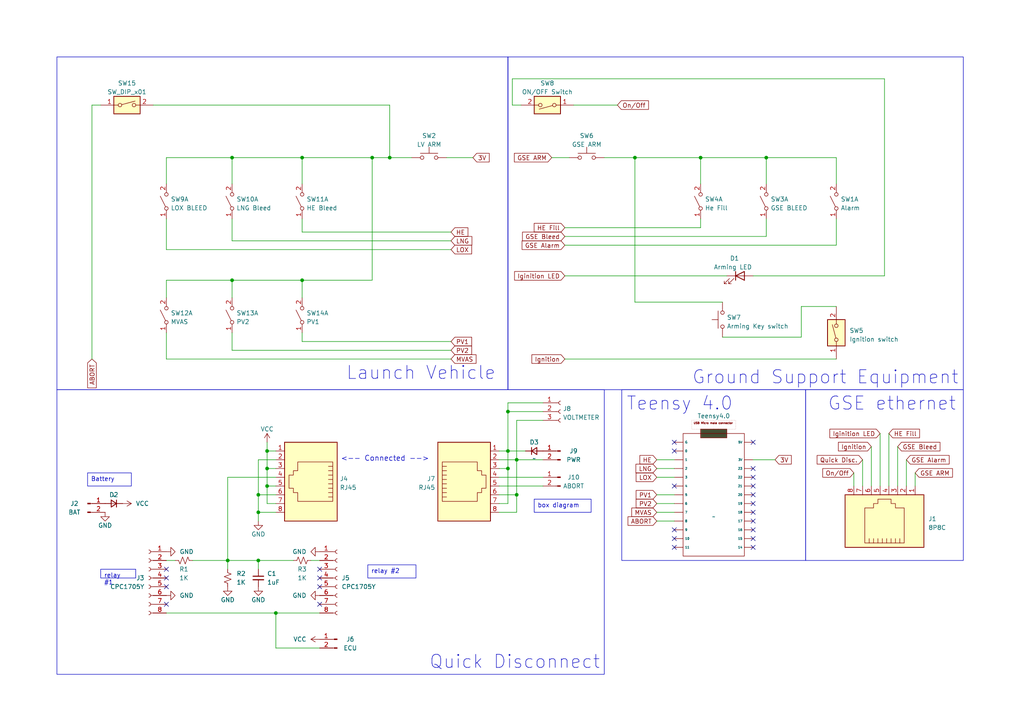
<source format=kicad_sch>
(kicad_sch (version 20230121) (generator eeschema)

  (uuid 97617426-8214-4d83-99a4-043017eb57c2)

  (paper "A4")

  (lib_symbols
    (symbol "Connector:8P8C" (pin_names (offset 1.016)) (in_bom yes) (on_board yes)
      (property "Reference" "J" (at -5.08 13.97 0)
        (effects (font (size 1.27 1.27)) (justify right))
      )
      (property "Value" "8P8C" (at 2.54 13.97 0)
        (effects (font (size 1.27 1.27)) (justify left))
      )
      (property "Footprint" "" (at 0 0.635 90)
        (effects (font (size 1.27 1.27)) hide)
      )
      (property "Datasheet" "~" (at 0 0.635 90)
        (effects (font (size 1.27 1.27)) hide)
      )
      (property "ki_keywords" "8P8C RJ socket connector" (at 0 0 0)
        (effects (font (size 1.27 1.27)) hide)
      )
      (property "ki_description" "RJ connector, 8P8C (8 positions 8 connected), RJ31/RJ32/RJ33/RJ34/RJ35/RJ41/RJ45/RJ49/RJ61" (at 0 0 0)
        (effects (font (size 1.27 1.27)) hide)
      )
      (property "ki_fp_filters" "8P8C* RJ31* RJ32* RJ33* RJ34* RJ35* RJ41* RJ45* RJ49* RJ61*" (at 0 0 0)
        (effects (font (size 1.27 1.27)) hide)
      )
      (symbol "8P8C_0_1"
        (polyline
          (pts
            (xy -5.08 4.445)
            (xy -6.35 4.445)
          )
          (stroke (width 0) (type default))
          (fill (type none))
        )
        (polyline
          (pts
            (xy -5.08 5.715)
            (xy -6.35 5.715)
          )
          (stroke (width 0) (type default))
          (fill (type none))
        )
        (polyline
          (pts
            (xy -6.35 -3.175)
            (xy -5.08 -3.175)
            (xy -5.08 -3.175)
          )
          (stroke (width 0) (type default))
          (fill (type none))
        )
        (polyline
          (pts
            (xy -6.35 -1.905)
            (xy -5.08 -1.905)
            (xy -5.08 -1.905)
          )
          (stroke (width 0) (type default))
          (fill (type none))
        )
        (polyline
          (pts
            (xy -6.35 -0.635)
            (xy -5.08 -0.635)
            (xy -5.08 -0.635)
          )
          (stroke (width 0) (type default))
          (fill (type none))
        )
        (polyline
          (pts
            (xy -6.35 0.635)
            (xy -5.08 0.635)
            (xy -5.08 0.635)
          )
          (stroke (width 0) (type default))
          (fill (type none))
        )
        (polyline
          (pts
            (xy -6.35 1.905)
            (xy -5.08 1.905)
            (xy -5.08 1.905)
          )
          (stroke (width 0) (type default))
          (fill (type none))
        )
        (polyline
          (pts
            (xy -5.08 3.175)
            (xy -6.35 3.175)
            (xy -6.35 3.175)
          )
          (stroke (width 0) (type default))
          (fill (type none))
        )
        (polyline
          (pts
            (xy -6.35 -4.445)
            (xy -6.35 6.985)
            (xy 3.81 6.985)
            (xy 3.81 4.445)
            (xy 5.08 4.445)
            (xy 5.08 3.175)
            (xy 6.35 3.175)
            (xy 6.35 -0.635)
            (xy 5.08 -0.635)
            (xy 5.08 -1.905)
            (xy 3.81 -1.905)
            (xy 3.81 -4.445)
            (xy -6.35 -4.445)
            (xy -6.35 -4.445)
          )
          (stroke (width 0) (type default))
          (fill (type none))
        )
        (rectangle (start 7.62 12.7) (end -7.62 -10.16)
          (stroke (width 0.254) (type default))
          (fill (type background))
        )
      )
      (symbol "8P8C_1_1"
        (pin passive line (at 10.16 -7.62 180) (length 2.54)
          (name "~" (effects (font (size 1.27 1.27))))
          (number "1" (effects (font (size 1.27 1.27))))
        )
        (pin passive line (at 10.16 -5.08 180) (length 2.54)
          (name "~" (effects (font (size 1.27 1.27))))
          (number "2" (effects (font (size 1.27 1.27))))
        )
        (pin passive line (at 10.16 -2.54 180) (length 2.54)
          (name "~" (effects (font (size 1.27 1.27))))
          (number "3" (effects (font (size 1.27 1.27))))
        )
        (pin passive line (at 10.16 0 180) (length 2.54)
          (name "~" (effects (font (size 1.27 1.27))))
          (number "4" (effects (font (size 1.27 1.27))))
        )
        (pin passive line (at 10.16 2.54 180) (length 2.54)
          (name "~" (effects (font (size 1.27 1.27))))
          (number "5" (effects (font (size 1.27 1.27))))
        )
        (pin passive line (at 10.16 5.08 180) (length 2.54)
          (name "~" (effects (font (size 1.27 1.27))))
          (number "6" (effects (font (size 1.27 1.27))))
        )
        (pin passive line (at 10.16 7.62 180) (length 2.54)
          (name "~" (effects (font (size 1.27 1.27))))
          (number "7" (effects (font (size 1.27 1.27))))
        )
        (pin passive line (at 10.16 10.16 180) (length 2.54)
          (name "~" (effects (font (size 1.27 1.27))))
          (number "8" (effects (font (size 1.27 1.27))))
        )
      )
    )
    (symbol "Connector:Conn_01x02_Male" (pin_names (offset 1.016) hide) (in_bom yes) (on_board yes)
      (property "Reference" "J" (at 0 2.54 0)
        (effects (font (size 1.27 1.27)))
      )
      (property "Value" "Conn_01x02_Male" (at 0 -5.08 0)
        (effects (font (size 1.27 1.27)))
      )
      (property "Footprint" "" (at 0 0 0)
        (effects (font (size 1.27 1.27)) hide)
      )
      (property "Datasheet" "~" (at 0 0 0)
        (effects (font (size 1.27 1.27)) hide)
      )
      (property "ki_keywords" "connector" (at 0 0 0)
        (effects (font (size 1.27 1.27)) hide)
      )
      (property "ki_description" "Generic connector, single row, 01x02, script generated (kicad-library-utils/schlib/autogen/connector/)" (at 0 0 0)
        (effects (font (size 1.27 1.27)) hide)
      )
      (property "ki_fp_filters" "Connector*:*_1x??_*" (at 0 0 0)
        (effects (font (size 1.27 1.27)) hide)
      )
      (symbol "Conn_01x02_Male_1_1"
        (polyline
          (pts
            (xy 1.27 -2.54)
            (xy 0.8636 -2.54)
          )
          (stroke (width 0.1524) (type default))
          (fill (type none))
        )
        (polyline
          (pts
            (xy 1.27 0)
            (xy 0.8636 0)
          )
          (stroke (width 0.1524) (type default))
          (fill (type none))
        )
        (rectangle (start 0.8636 -2.413) (end 0 -2.667)
          (stroke (width 0.1524) (type default))
          (fill (type outline))
        )
        (rectangle (start 0.8636 0.127) (end 0 -0.127)
          (stroke (width 0.1524) (type default))
          (fill (type outline))
        )
        (pin passive line (at 5.08 0 180) (length 3.81)
          (name "Pin_1" (effects (font (size 1.27 1.27))))
          (number "1" (effects (font (size 1.27 1.27))))
        )
        (pin passive line (at 5.08 -2.54 180) (length 3.81)
          (name "Pin_2" (effects (font (size 1.27 1.27))))
          (number "2" (effects (font (size 1.27 1.27))))
        )
      )
    )
    (symbol "Connector:Conn_01x03_Female" (pin_names (offset 1.016) hide) (in_bom yes) (on_board yes)
      (property "Reference" "J" (at 0 5.08 0)
        (effects (font (size 1.27 1.27)))
      )
      (property "Value" "Conn_01x03_Female" (at 0 -5.08 0)
        (effects (font (size 1.27 1.27)))
      )
      (property "Footprint" "" (at 0 0 0)
        (effects (font (size 1.27 1.27)) hide)
      )
      (property "Datasheet" "~" (at 0 0 0)
        (effects (font (size 1.27 1.27)) hide)
      )
      (property "ki_keywords" "connector" (at 0 0 0)
        (effects (font (size 1.27 1.27)) hide)
      )
      (property "ki_description" "Generic connector, single row, 01x03, script generated (kicad-library-utils/schlib/autogen/connector/)" (at 0 0 0)
        (effects (font (size 1.27 1.27)) hide)
      )
      (property "ki_fp_filters" "Connector*:*_1x??_*" (at 0 0 0)
        (effects (font (size 1.27 1.27)) hide)
      )
      (symbol "Conn_01x03_Female_1_1"
        (arc (start 0 -2.032) (mid -0.5058 -2.54) (end 0 -3.048)
          (stroke (width 0.1524) (type default))
          (fill (type none))
        )
        (polyline
          (pts
            (xy -1.27 -2.54)
            (xy -0.508 -2.54)
          )
          (stroke (width 0.1524) (type default))
          (fill (type none))
        )
        (polyline
          (pts
            (xy -1.27 0)
            (xy -0.508 0)
          )
          (stroke (width 0.1524) (type default))
          (fill (type none))
        )
        (polyline
          (pts
            (xy -1.27 2.54)
            (xy -0.508 2.54)
          )
          (stroke (width 0.1524) (type default))
          (fill (type none))
        )
        (arc (start 0 0.508) (mid -0.5058 0) (end 0 -0.508)
          (stroke (width 0.1524) (type default))
          (fill (type none))
        )
        (arc (start 0 3.048) (mid -0.5058 2.54) (end 0 2.032)
          (stroke (width 0.1524) (type default))
          (fill (type none))
        )
        (pin passive line (at -5.08 2.54 0) (length 3.81)
          (name "Pin_1" (effects (font (size 1.27 1.27))))
          (number "1" (effects (font (size 1.27 1.27))))
        )
        (pin passive line (at -5.08 0 0) (length 3.81)
          (name "Pin_2" (effects (font (size 1.27 1.27))))
          (number "2" (effects (font (size 1.27 1.27))))
        )
        (pin passive line (at -5.08 -2.54 0) (length 3.81)
          (name "Pin_3" (effects (font (size 1.27 1.27))))
          (number "3" (effects (font (size 1.27 1.27))))
        )
      )
    )
    (symbol "Connector:Conn_01x08_Female" (pin_names (offset 1.016) hide) (in_bom yes) (on_board yes)
      (property "Reference" "J" (at 0 10.16 0)
        (effects (font (size 1.27 1.27)))
      )
      (property "Value" "Conn_01x08_Female" (at 0 -12.7 0)
        (effects (font (size 1.27 1.27)))
      )
      (property "Footprint" "" (at 0 0 0)
        (effects (font (size 1.27 1.27)) hide)
      )
      (property "Datasheet" "~" (at 0 0 0)
        (effects (font (size 1.27 1.27)) hide)
      )
      (property "ki_keywords" "connector" (at 0 0 0)
        (effects (font (size 1.27 1.27)) hide)
      )
      (property "ki_description" "Generic connector, single row, 01x08, script generated (kicad-library-utils/schlib/autogen/connector/)" (at 0 0 0)
        (effects (font (size 1.27 1.27)) hide)
      )
      (property "ki_fp_filters" "Connector*:*_1x??_*" (at 0 0 0)
        (effects (font (size 1.27 1.27)) hide)
      )
      (symbol "Conn_01x08_Female_1_1"
        (arc (start 0 -9.652) (mid -0.5058 -10.16) (end 0 -10.668)
          (stroke (width 0.1524) (type default))
          (fill (type none))
        )
        (arc (start 0 -7.112) (mid -0.5058 -7.62) (end 0 -8.128)
          (stroke (width 0.1524) (type default))
          (fill (type none))
        )
        (arc (start 0 -4.572) (mid -0.5058 -5.08) (end 0 -5.588)
          (stroke (width 0.1524) (type default))
          (fill (type none))
        )
        (arc (start 0 -2.032) (mid -0.5058 -2.54) (end 0 -3.048)
          (stroke (width 0.1524) (type default))
          (fill (type none))
        )
        (polyline
          (pts
            (xy -1.27 -10.16)
            (xy -0.508 -10.16)
          )
          (stroke (width 0.1524) (type default))
          (fill (type none))
        )
        (polyline
          (pts
            (xy -1.27 -7.62)
            (xy -0.508 -7.62)
          )
          (stroke (width 0.1524) (type default))
          (fill (type none))
        )
        (polyline
          (pts
            (xy -1.27 -5.08)
            (xy -0.508 -5.08)
          )
          (stroke (width 0.1524) (type default))
          (fill (type none))
        )
        (polyline
          (pts
            (xy -1.27 -2.54)
            (xy -0.508 -2.54)
          )
          (stroke (width 0.1524) (type default))
          (fill (type none))
        )
        (polyline
          (pts
            (xy -1.27 0)
            (xy -0.508 0)
          )
          (stroke (width 0.1524) (type default))
          (fill (type none))
        )
        (polyline
          (pts
            (xy -1.27 2.54)
            (xy -0.508 2.54)
          )
          (stroke (width 0.1524) (type default))
          (fill (type none))
        )
        (polyline
          (pts
            (xy -1.27 5.08)
            (xy -0.508 5.08)
          )
          (stroke (width 0.1524) (type default))
          (fill (type none))
        )
        (polyline
          (pts
            (xy -1.27 7.62)
            (xy -0.508 7.62)
          )
          (stroke (width 0.1524) (type default))
          (fill (type none))
        )
        (arc (start 0 0.508) (mid -0.5058 0) (end 0 -0.508)
          (stroke (width 0.1524) (type default))
          (fill (type none))
        )
        (arc (start 0 3.048) (mid -0.5058 2.54) (end 0 2.032)
          (stroke (width 0.1524) (type default))
          (fill (type none))
        )
        (arc (start 0 5.588) (mid -0.5058 5.08) (end 0 4.572)
          (stroke (width 0.1524) (type default))
          (fill (type none))
        )
        (arc (start 0 8.128) (mid -0.5058 7.62) (end 0 7.112)
          (stroke (width 0.1524) (type default))
          (fill (type none))
        )
        (pin passive line (at -5.08 7.62 0) (length 3.81)
          (name "Pin_1" (effects (font (size 1.27 1.27))))
          (number "1" (effects (font (size 1.27 1.27))))
        )
        (pin passive line (at -5.08 5.08 0) (length 3.81)
          (name "Pin_2" (effects (font (size 1.27 1.27))))
          (number "2" (effects (font (size 1.27 1.27))))
        )
        (pin passive line (at -5.08 2.54 0) (length 3.81)
          (name "Pin_3" (effects (font (size 1.27 1.27))))
          (number "3" (effects (font (size 1.27 1.27))))
        )
        (pin passive line (at -5.08 0 0) (length 3.81)
          (name "Pin_4" (effects (font (size 1.27 1.27))))
          (number "4" (effects (font (size 1.27 1.27))))
        )
        (pin passive line (at -5.08 -2.54 0) (length 3.81)
          (name "Pin_5" (effects (font (size 1.27 1.27))))
          (number "5" (effects (font (size 1.27 1.27))))
        )
        (pin passive line (at -5.08 -5.08 0) (length 3.81)
          (name "Pin_6" (effects (font (size 1.27 1.27))))
          (number "6" (effects (font (size 1.27 1.27))))
        )
        (pin passive line (at -5.08 -7.62 0) (length 3.81)
          (name "Pin_7" (effects (font (size 1.27 1.27))))
          (number "7" (effects (font (size 1.27 1.27))))
        )
        (pin passive line (at -5.08 -10.16 0) (length 3.81)
          (name "Pin_8" (effects (font (size 1.27 1.27))))
          (number "8" (effects (font (size 1.27 1.27))))
        )
      )
    )
    (symbol "Connector:RJ45" (pin_names (offset 1.016)) (in_bom yes) (on_board yes)
      (property "Reference" "J" (at -5.08 13.97 0)
        (effects (font (size 1.27 1.27)) (justify right))
      )
      (property "Value" "RJ45" (at 2.54 13.97 0)
        (effects (font (size 1.27 1.27)) (justify left))
      )
      (property "Footprint" "" (at 0 0.635 90)
        (effects (font (size 1.27 1.27)) hide)
      )
      (property "Datasheet" "~" (at 0 0.635 90)
        (effects (font (size 1.27 1.27)) hide)
      )
      (property "ki_keywords" "8P8C RJ female connector" (at 0 0 0)
        (effects (font (size 1.27 1.27)) hide)
      )
      (property "ki_description" "RJ connector, 8P8C (8 positions 8 connected)" (at 0 0 0)
        (effects (font (size 1.27 1.27)) hide)
      )
      (property "ki_fp_filters" "8P8C* RJ31* RJ32* RJ33* RJ34* RJ35* RJ41* RJ45* RJ49* RJ61*" (at 0 0 0)
        (effects (font (size 1.27 1.27)) hide)
      )
      (symbol "RJ45_0_1"
        (polyline
          (pts
            (xy -5.08 4.445)
            (xy -6.35 4.445)
          )
          (stroke (width 0) (type default))
          (fill (type none))
        )
        (polyline
          (pts
            (xy -5.08 5.715)
            (xy -6.35 5.715)
          )
          (stroke (width 0) (type default))
          (fill (type none))
        )
        (polyline
          (pts
            (xy -6.35 -3.175)
            (xy -5.08 -3.175)
            (xy -5.08 -3.175)
          )
          (stroke (width 0) (type default))
          (fill (type none))
        )
        (polyline
          (pts
            (xy -6.35 -1.905)
            (xy -5.08 -1.905)
            (xy -5.08 -1.905)
          )
          (stroke (width 0) (type default))
          (fill (type none))
        )
        (polyline
          (pts
            (xy -6.35 -0.635)
            (xy -5.08 -0.635)
            (xy -5.08 -0.635)
          )
          (stroke (width 0) (type default))
          (fill (type none))
        )
        (polyline
          (pts
            (xy -6.35 0.635)
            (xy -5.08 0.635)
            (xy -5.08 0.635)
          )
          (stroke (width 0) (type default))
          (fill (type none))
        )
        (polyline
          (pts
            (xy -6.35 1.905)
            (xy -5.08 1.905)
            (xy -5.08 1.905)
          )
          (stroke (width 0) (type default))
          (fill (type none))
        )
        (polyline
          (pts
            (xy -5.08 3.175)
            (xy -6.35 3.175)
            (xy -6.35 3.175)
          )
          (stroke (width 0) (type default))
          (fill (type none))
        )
        (polyline
          (pts
            (xy -6.35 -4.445)
            (xy -6.35 6.985)
            (xy 3.81 6.985)
            (xy 3.81 4.445)
            (xy 5.08 4.445)
            (xy 5.08 3.175)
            (xy 6.35 3.175)
            (xy 6.35 -0.635)
            (xy 5.08 -0.635)
            (xy 5.08 -1.905)
            (xy 3.81 -1.905)
            (xy 3.81 -4.445)
            (xy -6.35 -4.445)
            (xy -6.35 -4.445)
          )
          (stroke (width 0) (type default))
          (fill (type none))
        )
        (rectangle (start 7.62 12.7) (end -7.62 -10.16)
          (stroke (width 0.254) (type default))
          (fill (type background))
        )
      )
      (symbol "RJ45_1_1"
        (pin passive line (at 10.16 -7.62 180) (length 2.54)
          (name "~" (effects (font (size 1.27 1.27))))
          (number "1" (effects (font (size 1.27 1.27))))
        )
        (pin passive line (at 10.16 -5.08 180) (length 2.54)
          (name "~" (effects (font (size 1.27 1.27))))
          (number "2" (effects (font (size 1.27 1.27))))
        )
        (pin passive line (at 10.16 -2.54 180) (length 2.54)
          (name "~" (effects (font (size 1.27 1.27))))
          (number "3" (effects (font (size 1.27 1.27))))
        )
        (pin passive line (at 10.16 0 180) (length 2.54)
          (name "~" (effects (font (size 1.27 1.27))))
          (number "4" (effects (font (size 1.27 1.27))))
        )
        (pin passive line (at 10.16 2.54 180) (length 2.54)
          (name "~" (effects (font (size 1.27 1.27))))
          (number "5" (effects (font (size 1.27 1.27))))
        )
        (pin passive line (at 10.16 5.08 180) (length 2.54)
          (name "~" (effects (font (size 1.27 1.27))))
          (number "6" (effects (font (size 1.27 1.27))))
        )
        (pin passive line (at 10.16 7.62 180) (length 2.54)
          (name "~" (effects (font (size 1.27 1.27))))
          (number "7" (effects (font (size 1.27 1.27))))
        )
        (pin passive line (at 10.16 10.16 180) (length 2.54)
          (name "~" (effects (font (size 1.27 1.27))))
          (number "8" (effects (font (size 1.27 1.27))))
        )
      )
    )
    (symbol "Device:C_Small" (pin_numbers hide) (pin_names (offset 0.254) hide) (in_bom yes) (on_board yes)
      (property "Reference" "C" (at 0.254 1.778 0)
        (effects (font (size 1.27 1.27)) (justify left))
      )
      (property "Value" "C_Small" (at 0.254 -2.032 0)
        (effects (font (size 1.27 1.27)) (justify left))
      )
      (property "Footprint" "" (at 0 0 0)
        (effects (font (size 1.27 1.27)) hide)
      )
      (property "Datasheet" "~" (at 0 0 0)
        (effects (font (size 1.27 1.27)) hide)
      )
      (property "ki_keywords" "capacitor cap" (at 0 0 0)
        (effects (font (size 1.27 1.27)) hide)
      )
      (property "ki_description" "Unpolarized capacitor, small symbol" (at 0 0 0)
        (effects (font (size 1.27 1.27)) hide)
      )
      (property "ki_fp_filters" "C_*" (at 0 0 0)
        (effects (font (size 1.27 1.27)) hide)
      )
      (symbol "C_Small_0_1"
        (polyline
          (pts
            (xy -1.524 -0.508)
            (xy 1.524 -0.508)
          )
          (stroke (width 0.3302) (type default))
          (fill (type none))
        )
        (polyline
          (pts
            (xy -1.524 0.508)
            (xy 1.524 0.508)
          )
          (stroke (width 0.3048) (type default))
          (fill (type none))
        )
      )
      (symbol "C_Small_1_1"
        (pin passive line (at 0 2.54 270) (length 2.032)
          (name "~" (effects (font (size 1.27 1.27))))
          (number "1" (effects (font (size 1.27 1.27))))
        )
        (pin passive line (at 0 -2.54 90) (length 2.032)
          (name "~" (effects (font (size 1.27 1.27))))
          (number "2" (effects (font (size 1.27 1.27))))
        )
      )
    )
    (symbol "Device:D_Small" (pin_numbers hide) (pin_names (offset 0.254) hide) (in_bom yes) (on_board yes)
      (property "Reference" "D" (at -1.27 2.032 0)
        (effects (font (size 1.27 1.27)) (justify left))
      )
      (property "Value" "D_Small" (at -3.81 -2.032 0)
        (effects (font (size 1.27 1.27)) (justify left))
      )
      (property "Footprint" "" (at 0 0 90)
        (effects (font (size 1.27 1.27)) hide)
      )
      (property "Datasheet" "~" (at 0 0 90)
        (effects (font (size 1.27 1.27)) hide)
      )
      (property "ki_keywords" "diode" (at 0 0 0)
        (effects (font (size 1.27 1.27)) hide)
      )
      (property "ki_description" "Diode, small symbol" (at 0 0 0)
        (effects (font (size 1.27 1.27)) hide)
      )
      (property "ki_fp_filters" "TO-???* *_Diode_* *SingleDiode* D_*" (at 0 0 0)
        (effects (font (size 1.27 1.27)) hide)
      )
      (symbol "D_Small_0_1"
        (polyline
          (pts
            (xy -0.762 -1.016)
            (xy -0.762 1.016)
          )
          (stroke (width 0.254) (type default))
          (fill (type none))
        )
        (polyline
          (pts
            (xy -0.762 0)
            (xy 0.762 0)
          )
          (stroke (width 0) (type default))
          (fill (type none))
        )
        (polyline
          (pts
            (xy 0.762 -1.016)
            (xy -0.762 0)
            (xy 0.762 1.016)
            (xy 0.762 -1.016)
          )
          (stroke (width 0.254) (type default))
          (fill (type none))
        )
      )
      (symbol "D_Small_1_1"
        (pin passive line (at -2.54 0 0) (length 1.778)
          (name "K" (effects (font (size 1.27 1.27))))
          (number "1" (effects (font (size 1.27 1.27))))
        )
        (pin passive line (at 2.54 0 180) (length 1.778)
          (name "A" (effects (font (size 1.27 1.27))))
          (number "2" (effects (font (size 1.27 1.27))))
        )
      )
    )
    (symbol "Device:LED" (pin_numbers hide) (pin_names (offset 1.016) hide) (in_bom yes) (on_board yes)
      (property "Reference" "D" (at 0 2.54 0)
        (effects (font (size 1.27 1.27)))
      )
      (property "Value" "LED" (at 0 -2.54 0)
        (effects (font (size 1.27 1.27)))
      )
      (property "Footprint" "" (at 0 0 0)
        (effects (font (size 1.27 1.27)) hide)
      )
      (property "Datasheet" "~" (at 0 0 0)
        (effects (font (size 1.27 1.27)) hide)
      )
      (property "ki_keywords" "LED diode" (at 0 0 0)
        (effects (font (size 1.27 1.27)) hide)
      )
      (property "ki_description" "Light emitting diode" (at 0 0 0)
        (effects (font (size 1.27 1.27)) hide)
      )
      (property "ki_fp_filters" "LED* LED_SMD:* LED_THT:*" (at 0 0 0)
        (effects (font (size 1.27 1.27)) hide)
      )
      (symbol "LED_0_1"
        (polyline
          (pts
            (xy -1.27 -1.27)
            (xy -1.27 1.27)
          )
          (stroke (width 0.254) (type default))
          (fill (type none))
        )
        (polyline
          (pts
            (xy -1.27 0)
            (xy 1.27 0)
          )
          (stroke (width 0) (type default))
          (fill (type none))
        )
        (polyline
          (pts
            (xy 1.27 -1.27)
            (xy 1.27 1.27)
            (xy -1.27 0)
            (xy 1.27 -1.27)
          )
          (stroke (width 0.254) (type default))
          (fill (type none))
        )
        (polyline
          (pts
            (xy -3.048 -0.762)
            (xy -4.572 -2.286)
            (xy -3.81 -2.286)
            (xy -4.572 -2.286)
            (xy -4.572 -1.524)
          )
          (stroke (width 0) (type default))
          (fill (type none))
        )
        (polyline
          (pts
            (xy -1.778 -0.762)
            (xy -3.302 -2.286)
            (xy -2.54 -2.286)
            (xy -3.302 -2.286)
            (xy -3.302 -1.524)
          )
          (stroke (width 0) (type default))
          (fill (type none))
        )
      )
      (symbol "LED_1_1"
        (pin passive line (at -3.81 0 0) (length 2.54)
          (name "K" (effects (font (size 1.27 1.27))))
          (number "1" (effects (font (size 1.27 1.27))))
        )
        (pin passive line (at 3.81 0 180) (length 2.54)
          (name "A" (effects (font (size 1.27 1.27))))
          (number "2" (effects (font (size 1.27 1.27))))
        )
      )
    )
    (symbol "Device:R_Small_US" (pin_numbers hide) (pin_names (offset 0.254) hide) (in_bom yes) (on_board yes)
      (property "Reference" "R" (at 0.762 0.508 0)
        (effects (font (size 1.27 1.27)) (justify left))
      )
      (property "Value" "R_Small_US" (at 0.762 -1.016 0)
        (effects (font (size 1.27 1.27)) (justify left))
      )
      (property "Footprint" "" (at 0 0 0)
        (effects (font (size 1.27 1.27)) hide)
      )
      (property "Datasheet" "~" (at 0 0 0)
        (effects (font (size 1.27 1.27)) hide)
      )
      (property "ki_keywords" "r resistor" (at 0 0 0)
        (effects (font (size 1.27 1.27)) hide)
      )
      (property "ki_description" "Resistor, small US symbol" (at 0 0 0)
        (effects (font (size 1.27 1.27)) hide)
      )
      (property "ki_fp_filters" "R_*" (at 0 0 0)
        (effects (font (size 1.27 1.27)) hide)
      )
      (symbol "R_Small_US_1_1"
        (polyline
          (pts
            (xy 0 0)
            (xy 1.016 -0.381)
            (xy 0 -0.762)
            (xy -1.016 -1.143)
            (xy 0 -1.524)
          )
          (stroke (width 0) (type default))
          (fill (type none))
        )
        (polyline
          (pts
            (xy 0 1.524)
            (xy 1.016 1.143)
            (xy 0 0.762)
            (xy -1.016 0.381)
            (xy 0 0)
          )
          (stroke (width 0) (type default))
          (fill (type none))
        )
        (pin passive line (at 0 2.54 270) (length 1.016)
          (name "~" (effects (font (size 1.27 1.27))))
          (number "1" (effects (font (size 1.27 1.27))))
        )
        (pin passive line (at 0 -2.54 90) (length 1.016)
          (name "~" (effects (font (size 1.27 1.27))))
          (number "2" (effects (font (size 1.27 1.27))))
        )
      )
    )
    (symbol "Switch:SW_DIP_x01" (pin_names (offset 0) hide) (in_bom yes) (on_board yes)
      (property "Reference" "SW" (at 0 3.81 0)
        (effects (font (size 1.27 1.27)))
      )
      (property "Value" "SW_DIP_x01" (at 0 -3.81 0)
        (effects (font (size 1.27 1.27)))
      )
      (property "Footprint" "" (at 0 0 0)
        (effects (font (size 1.27 1.27)) hide)
      )
      (property "Datasheet" "~" (at 0 0 0)
        (effects (font (size 1.27 1.27)) hide)
      )
      (property "ki_keywords" "dip switch" (at 0 0 0)
        (effects (font (size 1.27 1.27)) hide)
      )
      (property "ki_description" "1x DIP Switch, Single Pole Single Throw (SPST) switch, small symbol" (at 0 0 0)
        (effects (font (size 1.27 1.27)) hide)
      )
      (property "ki_fp_filters" "SW?DIP?x1*" (at 0 0 0)
        (effects (font (size 1.27 1.27)) hide)
      )
      (symbol "SW_DIP_x01_0_0"
        (circle (center -2.032 0) (radius 0.508)
          (stroke (width 0) (type default))
          (fill (type none))
        )
        (polyline
          (pts
            (xy -1.524 0.127)
            (xy 2.3622 1.1684)
          )
          (stroke (width 0) (type default))
          (fill (type none))
        )
        (circle (center 2.032 0) (radius 0.508)
          (stroke (width 0) (type default))
          (fill (type none))
        )
      )
      (symbol "SW_DIP_x01_0_1"
        (rectangle (start -3.81 2.54) (end 3.81 -2.54)
          (stroke (width 0.254) (type default))
          (fill (type background))
        )
      )
      (symbol "SW_DIP_x01_1_1"
        (pin passive line (at -7.62 0 0) (length 5.08)
          (name "~" (effects (font (size 1.27 1.27))))
          (number "1" (effects (font (size 1.27 1.27))))
        )
        (pin passive line (at 7.62 0 180) (length 5.08)
          (name "~" (effects (font (size 1.27 1.27))))
          (number "2" (effects (font (size 1.27 1.27))))
        )
      )
    )
    (symbol "Switch:SW_DPST_x2" (pin_names (offset 0) hide) (in_bom yes) (on_board yes)
      (property "Reference" "SW" (at 0 3.175 0)
        (effects (font (size 1.27 1.27)))
      )
      (property "Value" "SW_DPST_x2" (at 0 -2.54 0)
        (effects (font (size 1.27 1.27)))
      )
      (property "Footprint" "" (at 0 0 0)
        (effects (font (size 1.27 1.27)) hide)
      )
      (property "Datasheet" "~" (at 0 0 0)
        (effects (font (size 1.27 1.27)) hide)
      )
      (property "ki_keywords" "switch lever" (at 0 0 0)
        (effects (font (size 1.27 1.27)) hide)
      )
      (property "ki_description" "Single Pole Single Throw (SPST) switch, separate symbol" (at 0 0 0)
        (effects (font (size 1.27 1.27)) hide)
      )
      (symbol "SW_DPST_x2_0_0"
        (circle (center -2.032 0) (radius 0.508)
          (stroke (width 0) (type default))
          (fill (type none))
        )
        (polyline
          (pts
            (xy -1.524 0.254)
            (xy 1.524 1.778)
          )
          (stroke (width 0) (type default))
          (fill (type none))
        )
        (circle (center 2.032 0) (radius 0.508)
          (stroke (width 0) (type default))
          (fill (type none))
        )
      )
      (symbol "SW_DPST_x2_1_1"
        (pin passive line (at -5.08 0 0) (length 2.54)
          (name "A" (effects (font (size 1.27 1.27))))
          (number "1" (effects (font (size 1.27 1.27))))
        )
        (pin passive line (at 5.08 0 180) (length 2.54)
          (name "B" (effects (font (size 1.27 1.27))))
          (number "2" (effects (font (size 1.27 1.27))))
        )
      )
      (symbol "SW_DPST_x2_2_1"
        (pin passive line (at -5.08 0 0) (length 2.54)
          (name "A" (effects (font (size 1.27 1.27))))
          (number "3" (effects (font (size 1.27 1.27))))
        )
        (pin passive line (at 5.08 0 180) (length 2.54)
          (name "B" (effects (font (size 1.27 1.27))))
          (number "4" (effects (font (size 1.27 1.27))))
        )
      )
    )
    (symbol "Switch:SW_Push" (pin_numbers hide) (pin_names (offset 1.016) hide) (in_bom yes) (on_board yes)
      (property "Reference" "SW" (at 1.27 2.54 0)
        (effects (font (size 1.27 1.27)) (justify left))
      )
      (property "Value" "SW_Push" (at 0 -1.524 0)
        (effects (font (size 1.27 1.27)))
      )
      (property "Footprint" "" (at 0 5.08 0)
        (effects (font (size 1.27 1.27)) hide)
      )
      (property "Datasheet" "~" (at 0 5.08 0)
        (effects (font (size 1.27 1.27)) hide)
      )
      (property "ki_keywords" "switch normally-open pushbutton push-button" (at 0 0 0)
        (effects (font (size 1.27 1.27)) hide)
      )
      (property "ki_description" "Push button switch, generic, two pins" (at 0 0 0)
        (effects (font (size 1.27 1.27)) hide)
      )
      (symbol "SW_Push_0_1"
        (circle (center -2.032 0) (radius 0.508)
          (stroke (width 0) (type default))
          (fill (type none))
        )
        (polyline
          (pts
            (xy 0 1.27)
            (xy 0 3.048)
          )
          (stroke (width 0) (type default))
          (fill (type none))
        )
        (polyline
          (pts
            (xy 2.54 1.27)
            (xy -2.54 1.27)
          )
          (stroke (width 0) (type default))
          (fill (type none))
        )
        (circle (center 2.032 0) (radius 0.508)
          (stroke (width 0) (type default))
          (fill (type none))
        )
        (pin passive line (at -5.08 0 0) (length 2.54)
          (name "1" (effects (font (size 1.27 1.27))))
          (number "1" (effects (font (size 1.27 1.27))))
        )
        (pin passive line (at 5.08 0 180) (length 2.54)
          (name "2" (effects (font (size 1.27 1.27))))
          (number "2" (effects (font (size 1.27 1.27))))
        )
      )
    )
    (symbol "Teensy 4.0:Teensy_4.0" (in_bom yes) (on_board yes)
      (property "Reference" "Teensy4.0" (at 0 -43.18 0)
        (effects (font (size 1.27 1.27)))
      )
      (property "Value" "" (at 0 -29.21 0)
        (effects (font (size 1.27 1.27)))
      )
      (property "Footprint" "" (at 0 -29.21 0)
        (effects (font (size 1.27 1.27)) hide)
      )
      (property "Datasheet" "" (at 0 -29.21 0)
        (effects (font (size 1.27 1.27)) hide)
      )
      (symbol "Teensy_4.0_0_0"
        (text_box "USB Micro male connector\n"
          (at -6.35 -1.27 0) (size 12.7 -2.54)
          (stroke (width 0.0254) (type dot))
          (fill (type none))
          (effects (font (size 0.5588 0.5588)) (justify left top))
        )
      )
      (symbol "Teensy_4.0_0_1"
        (rectangle (start -8.89 -5.08) (end 8.89 -40.64)
          (stroke (width 0) (type default))
          (fill (type none))
        )
        (rectangle (start 0 -3.81) (end 0 -3.81)
          (stroke (width 0) (type default))
          (fill (type none))
        )
        (rectangle (start 1.27 -3.81) (end 1.27 -3.81)
          (stroke (width 0) (type default))
          (fill (type none))
        )
      )
      (symbol "Teensy_4.0_1_1"
        (rectangle (start -3.81 -3.81) (end 3.81 -6.35)
          (stroke (width 0) (type default))
          (fill (type color) (color 68 76 49 1))
        )
        (pin bidirectional line (at -11.43 -10.16 0) (length 2.54)
          (name "0" (effects (font (size 0.635 0.635))))
          (number "" (effects (font (size 1.27 1.27))))
        )
        (pin bidirectional line (at -11.43 -12.7 0) (length 2.54)
          (name "1" (effects (font (size 0.635 0.635))))
          (number "" (effects (font (size 1.27 1.27))))
        )
        (pin bidirectional line (at -11.43 -35.56 0) (length 2.54)
          (name "10" (effects (font (size 0.635 0.635))))
          (number "" (effects (font (size 1.27 1.27))))
        )
        (pin bidirectional line (at -11.43 -38.1 0) (length 2.54)
          (name "11" (effects (font (size 0.635 0.635))))
          (number "" (effects (font (size 1.27 1.27))))
        )
        (pin bidirectional line (at 11.43 -38.1 180) (length 2.54)
          (name "14" (effects (font (size 0.635 0.635))))
          (number "" (effects (font (size 1.27 1.27))))
        )
        (pin bidirectional line (at 11.43 -35.56 180) (length 2.54)
          (name "15" (effects (font (size 0.635 0.635))))
          (number "" (effects (font (size 1.27 1.27))))
        )
        (pin bidirectional line (at 11.43 -33.02 180) (length 2.54)
          (name "16" (effects (font (size 0.635 0.635))))
          (number "" (effects (font (size 1.27 1.27))))
        )
        (pin bidirectional line (at 11.43 -30.48 180) (length 2.54)
          (name "17" (effects (font (size 0.635 0.635))))
          (number "" (effects (font (size 1.27 1.27))))
        )
        (pin bidirectional line (at 11.43 -27.94 180) (length 2.54)
          (name "18" (effects (font (size 0.635 0.635))))
          (number "" (effects (font (size 1.27 1.27))))
        )
        (pin bidirectional line (at 11.43 -25.4 180) (length 2.54)
          (name "19" (effects (font (size 0.635 0.635))))
          (number "" (effects (font (size 1.27 1.27))))
        )
        (pin bidirectional line (at -11.43 -15.24 0) (length 2.54)
          (name "2" (effects (font (size 0.635 0.635))))
          (number "" (effects (font (size 1.27 1.27))))
        )
        (pin bidirectional line (at 11.43 -22.86 180) (length 2.54)
          (name "20" (effects (font (size 0.635 0.635))))
          (number "" (effects (font (size 1.27 1.27))))
        )
        (pin bidirectional line (at 11.43 -20.32 180) (length 2.54)
          (name "21" (effects (font (size 0.635 0.635))))
          (number "" (effects (font (size 1.27 1.27))))
        )
        (pin bidirectional line (at 11.43 -17.78 180) (length 2.54)
          (name "22" (effects (font (size 0.635 0.635))))
          (number "" (effects (font (size 1.27 1.27))))
        )
        (pin bidirectional line (at 11.43 -15.24 180) (length 2.54)
          (name "23" (effects (font (size 0.635 0.635))))
          (number "" (effects (font (size 1.27 1.27))))
        )
        (pin bidirectional line (at -11.43 -17.78 0) (length 2.54)
          (name "3" (effects (font (size 0.635 0.635))))
          (number "" (effects (font (size 1.27 1.27))))
        )
        (pin power_out line (at 11.43 -12.7 180) (length 2.54)
          (name "3V" (effects (font (size 0.635 0.635))))
          (number "" (effects (font (size 1.27 1.27))))
        )
        (pin bidirectional line (at -11.43 -20.32 0) (length 2.54)
          (name "4" (effects (font (size 0.635 0.635))))
          (number "" (effects (font (size 1.27 1.27))))
        )
        (pin bidirectional line (at -11.43 -22.86 0) (length 2.54)
          (name "5" (effects (font (size 0.635 0.635))))
          (number "" (effects (font (size 1.27 1.27))))
        )
        (pin power_out line (at 11.43 -7.62 180) (length 2.54)
          (name "5V" (effects (font (size 0.635 0.635))))
          (number "" (effects (font (size 1.27 1.27))))
        )
        (pin bidirectional line (at -11.43 -25.4 0) (length 2.54)
          (name "6" (effects (font (size 0.635 0.635))))
          (number "" (effects (font (size 1.27 1.27))))
        )
        (pin bidirectional line (at -11.43 -27.94 0) (length 2.54)
          (name "7" (effects (font (size 0.635 0.635))))
          (number "" (effects (font (size 1.27 1.27))))
        )
        (pin bidirectional line (at -11.43 -30.48 0) (length 2.54)
          (name "8" (effects (font (size 0.635 0.635))))
          (number "" (effects (font (size 1.27 1.27))))
        )
        (pin bidirectional line (at -11.43 -33.02 0) (length 2.54)
          (name "9" (effects (font (size 0.635 0.635))))
          (number "" (effects (font (size 1.27 1.27))))
        )
        (pin power_in line (at -11.43 -7.62 0) (length 2.54)
          (name "G" (effects (font (size 0.635 0.635))))
          (number "" (effects (font (size 1.27 1.27))))
        )
      )
    )
    (symbol "power:GND" (power) (pin_names (offset 0)) (in_bom yes) (on_board yes)
      (property "Reference" "#PWR" (at 0 -6.35 0)
        (effects (font (size 1.27 1.27)) hide)
      )
      (property "Value" "GND" (at 0 -3.81 0)
        (effects (font (size 1.27 1.27)))
      )
      (property "Footprint" "" (at 0 0 0)
        (effects (font (size 1.27 1.27)) hide)
      )
      (property "Datasheet" "" (at 0 0 0)
        (effects (font (size 1.27 1.27)) hide)
      )
      (property "ki_keywords" "power-flag" (at 0 0 0)
        (effects (font (size 1.27 1.27)) hide)
      )
      (property "ki_description" "Power symbol creates a global label with name \"GND\" , ground" (at 0 0 0)
        (effects (font (size 1.27 1.27)) hide)
      )
      (symbol "GND_0_1"
        (polyline
          (pts
            (xy 0 0)
            (xy 0 -1.27)
            (xy 1.27 -1.27)
            (xy 0 -2.54)
            (xy -1.27 -1.27)
            (xy 0 -1.27)
          )
          (stroke (width 0) (type default))
          (fill (type none))
        )
      )
      (symbol "GND_1_1"
        (pin power_in line (at 0 0 270) (length 0) hide
          (name "GND" (effects (font (size 1.27 1.27))))
          (number "1" (effects (font (size 1.27 1.27))))
        )
      )
    )
    (symbol "power:VCC" (power) (pin_names (offset 0)) (in_bom yes) (on_board yes)
      (property "Reference" "#PWR" (at 0 -3.81 0)
        (effects (font (size 1.27 1.27)) hide)
      )
      (property "Value" "VCC" (at 0 3.81 0)
        (effects (font (size 1.27 1.27)))
      )
      (property "Footprint" "" (at 0 0 0)
        (effects (font (size 1.27 1.27)) hide)
      )
      (property "Datasheet" "" (at 0 0 0)
        (effects (font (size 1.27 1.27)) hide)
      )
      (property "ki_keywords" "power-flag" (at 0 0 0)
        (effects (font (size 1.27 1.27)) hide)
      )
      (property "ki_description" "Power symbol creates a global label with name \"VCC\"" (at 0 0 0)
        (effects (font (size 1.27 1.27)) hide)
      )
      (symbol "VCC_0_1"
        (polyline
          (pts
            (xy -0.762 1.27)
            (xy 0 2.54)
          )
          (stroke (width 0) (type default))
          (fill (type none))
        )
        (polyline
          (pts
            (xy 0 0)
            (xy 0 2.54)
          )
          (stroke (width 0) (type default))
          (fill (type none))
        )
        (polyline
          (pts
            (xy 0 2.54)
            (xy 0.762 1.27)
          )
          (stroke (width 0) (type default))
          (fill (type none))
        )
      )
      (symbol "VCC_1_1"
        (pin power_in line (at 0 0 90) (length 0) hide
          (name "VCC" (effects (font (size 1.27 1.27))))
          (number "1" (effects (font (size 1.27 1.27))))
        )
      )
    )
  )

  (junction (at 74.93 162.56) (diameter 0) (color 0 0 0 0)
    (uuid 0b979a34-ede4-4c3b-b448-ae7cd17caf88)
  )
  (junction (at 74.93 143.51) (diameter 0) (color 0 0 0 0)
    (uuid 10f31e93-8771-4283-80d3-824e1014856b)
  )
  (junction (at 77.47 130.81) (diameter 0) (color 0 0 0 0)
    (uuid 2181fb37-30d6-4597-93a2-f4cd22225625)
  )
  (junction (at 80.01 177.8) (diameter 0) (color 0 0 0 0)
    (uuid 2290b220-99f8-4cbe-b06f-67b03aadf2f0)
  )
  (junction (at 67.31 45.72) (diameter 0) (color 0 0 0 0)
    (uuid 24681c78-1933-4e1a-be17-b586640685c7)
  )
  (junction (at 87.63 81.28) (diameter 0) (color 0 0 0 0)
    (uuid 2f5f75b6-514c-4644-8a6f-0038f29ece93)
  )
  (junction (at 77.47 135.89) (diameter 0) (color 0 0 0 0)
    (uuid 2fc3edc6-3cdb-4bc6-b69a-bc799c454a5e)
  )
  (junction (at 147.32 119.38) (diameter 0) (color 0 0 0 0)
    (uuid 30d97223-7421-4817-b469-323831eef7bc)
  )
  (junction (at 203.2 45.72) (diameter 0) (color 0 0 0 0)
    (uuid 379a973c-fc28-4bbb-b6cc-8e774652b465)
  )
  (junction (at 147.32 130.81) (diameter 0) (color 0 0 0 0)
    (uuid 3966f2e7-4b76-474e-8041-41a115a7224c)
  )
  (junction (at 113.03 45.72) (diameter 0) (color 0 0 0 0)
    (uuid 59e6218c-a2ea-4e5f-b99e-a984db33ba78)
  )
  (junction (at 87.63 45.72) (diameter 0) (color 0 0 0 0)
    (uuid 70c63d6e-d5ed-4bf9-8cdf-bc7682739efd)
  )
  (junction (at 149.86 143.51) (diameter 0) (color 0 0 0 0)
    (uuid b0ba09ab-f58c-4ddb-9e50-9b9d23e0f6a1)
  )
  (junction (at 67.31 81.28) (diameter 0) (color 0 0 0 0)
    (uuid c4f616b3-642d-437c-8450-06852852b63c)
  )
  (junction (at 107.95 45.72) (diameter 0) (color 0 0 0 0)
    (uuid cc412c21-40df-4533-842e-6194c88961d5)
  )
  (junction (at 222.25 45.72) (diameter 0) (color 0 0 0 0)
    (uuid cf0ac23d-b9a4-4a82-bd1d-14aac0b670df)
  )
  (junction (at 74.93 148.59) (diameter 0) (color 0 0 0 0)
    (uuid d64a0ea7-78e1-47b0-9b83-85059275f8f3)
  )
  (junction (at 184.15 45.72) (diameter 0) (color 0 0 0 0)
    (uuid d8d7c4ac-16e5-404a-b019-09795d036616)
  )
  (junction (at 149.86 133.35) (diameter 0) (color 0 0 0 0)
    (uuid df52a551-7f12-4c52-922f-13b526a20162)
  )
  (junction (at 66.04 162.56) (diameter 0) (color 0 0 0 0)
    (uuid e36c57fe-c0fd-4d31-9278-28f3a956470f)
  )
  (junction (at 147.32 135.89) (diameter 0) (color 0 0 0 0)
    (uuid ede94953-87e0-4295-96da-c04848a6e2ae)
  )
  (junction (at 77.47 140.97) (diameter 0) (color 0 0 0 0)
    (uuid f0eadf15-5f13-4e2a-ac3f-0404ce178bcf)
  )

  (no_connect (at 218.44 143.51) (uuid 0e83a887-f97f-4917-86b3-67268386812a))
  (no_connect (at 48.26 170.18) (uuid 0ee3f657-b3f7-4841-a6b0-8992beb3290a))
  (no_connect (at 218.44 140.97) (uuid 24080a75-cf42-4c9b-9538-68e0b8818736))
  (no_connect (at 48.26 167.64) (uuid 30a384f7-6154-418c-9648-03c90e61a102))
  (no_connect (at 218.44 151.13) (uuid 35df2c55-c5d6-4ea1-b299-d6ba945934ce))
  (no_connect (at 195.58 156.21) (uuid 44ff0d1d-c1c3-46ba-9ce8-02fa05add37e))
  (no_connect (at 218.44 148.59) (uuid 4b3e0237-ae52-4b41-925f-79f7901b2d25))
  (no_connect (at 92.71 167.64) (uuid 64a047c4-ecec-40cf-9581-8eb523881c07))
  (no_connect (at 195.58 130.81) (uuid 6791db89-b02d-4ecc-9000-6e6751eeb82b))
  (no_connect (at 218.44 146.05) (uuid 78f43ab9-27d1-484a-8fc2-3d2e3de34ace))
  (no_connect (at 92.71 165.1) (uuid 7a99afd5-abe3-4eec-ba31-65636918802f))
  (no_connect (at 218.44 156.21) (uuid a2b87b1d-4977-44fc-80d5-4035ea9b5883))
  (no_connect (at 92.71 170.18) (uuid abbeb6fe-dd69-4743-8682-23529e2046a3))
  (no_connect (at 48.26 165.1) (uuid bb52ca05-a768-4eb1-bae2-19adf4f72fe0))
  (no_connect (at 195.58 140.97) (uuid e2e95d3a-bed0-4339-885e-e5dd7fae3839))
  (no_connect (at 92.71 175.26) (uuid e2f1fed2-d246-4cdc-a876-3ef2883cf48b))
  (no_connect (at 218.44 138.43) (uuid ebd5fbe5-3322-45f8-9ce0-3de0702d7f5c))
  (no_connect (at 195.58 128.27) (uuid ed768a71-b9ae-46b4-9356-23e8ff22e6c3))
  (no_connect (at 218.44 153.67) (uuid ee5d1dbf-9598-4ce5-b075-e2920020bf98))
  (no_connect (at 195.58 153.67) (uuid f099248c-fe50-4beb-b820-d2c6d3be2591))
  (no_connect (at 218.44 135.89) (uuid f24a55af-a70f-4e93-bda0-9b5fccf35f5c))
  (no_connect (at 48.26 175.26) (uuid f547b8b7-4866-4863-b1b8-1b8265305c05))
  (no_connect (at 218.44 128.27) (uuid f581a65c-ca9e-4dc0-aa25-aeb2175885d4))
  (no_connect (at 218.44 158.75) (uuid f74d1265-11f5-4013-87eb-658b8727b9b1))
  (no_connect (at 195.58 158.75) (uuid fec16d6d-fd0a-44f1-8b97-dfecd8c3c1c5))

  (wire (pts (xy 66.04 138.43) (xy 80.01 138.43))
    (stroke (width 0) (type default))
    (uuid 00381deb-c5a4-4bc6-94e4-b94bca78f84c)
  )
  (wire (pts (xy 242.57 45.72) (xy 242.57 53.34))
    (stroke (width 0) (type default))
    (uuid 0462d6fb-7c33-4543-816d-1271e994570a)
  )
  (wire (pts (xy 148.59 22.86) (xy 148.59 30.48))
    (stroke (width 0) (type default))
    (uuid 04763c85-503a-48bc-b13e-86006468d19a)
  )
  (wire (pts (xy 147.32 130.81) (xy 152.4 130.81))
    (stroke (width 0) (type default))
    (uuid 0a9b7015-489e-4627-9b4e-86a6b1b0a307)
  )
  (wire (pts (xy 48.26 177.8) (xy 80.01 177.8))
    (stroke (width 0) (type default))
    (uuid 0acf5fbb-6165-4278-95b4-c01971e61e44)
  )
  (wire (pts (xy 129.54 45.72) (xy 137.16 45.72))
    (stroke (width 0) (type default))
    (uuid 0e561564-aaac-4e87-afe1-d8f0c25535fb)
  )
  (wire (pts (xy 218.44 133.35) (xy 224.79 133.35))
    (stroke (width 0) (type default))
    (uuid 0ef3502b-e842-4b56-94a9-dda9d7e5cd61)
  )
  (wire (pts (xy 80.01 133.35) (xy 74.93 133.35))
    (stroke (width 0) (type default))
    (uuid 10add628-8c69-487f-8759-bb405017e4e3)
  )
  (wire (pts (xy 87.63 45.72) (xy 87.63 53.34))
    (stroke (width 0) (type default))
    (uuid 129b3e29-241e-403f-a7f2-29548b5dffb3)
  )
  (wire (pts (xy 163.83 80.01) (xy 210.82 80.01))
    (stroke (width 0) (type default))
    (uuid 1405797e-60d8-4ab6-87a1-f21c04e95af1)
  )
  (wire (pts (xy 232.41 88.9) (xy 242.57 88.9))
    (stroke (width 0) (type default))
    (uuid 19d009a0-d56a-435d-9e20-243a40405922)
  )
  (wire (pts (xy 147.32 146.05) (xy 147.32 135.89))
    (stroke (width 0) (type default))
    (uuid 1b7f8918-0a79-4575-ac90-ac1aebfa3fbd)
  )
  (wire (pts (xy 147.32 119.38) (xy 157.48 119.38))
    (stroke (width 0) (type default))
    (uuid 1bc7dce8-faa1-44f2-950f-3979158708a3)
  )
  (wire (pts (xy 175.26 45.72) (xy 184.15 45.72))
    (stroke (width 0) (type default))
    (uuid 1d1cbfc5-4137-4ef5-96fd-862a06a30d98)
  )
  (wire (pts (xy 203.2 45.72) (xy 203.2 53.34))
    (stroke (width 0) (type default))
    (uuid 1ed2b2c3-16f9-41d1-90a4-85242ba39335)
  )
  (wire (pts (xy 190.5 135.89) (xy 195.58 135.89))
    (stroke (width 0) (type default))
    (uuid 228cb6ed-5774-4bc5-a679-cea13242d94a)
  )
  (wire (pts (xy 232.41 97.79) (xy 232.41 88.9))
    (stroke (width 0) (type default))
    (uuid 236c8566-88de-469a-8c85-4e9a86c41efd)
  )
  (wire (pts (xy 26.67 30.48) (xy 29.21 30.48))
    (stroke (width 0) (type default))
    (uuid 248c83d9-4037-4c09-9ef8-d48032dffb36)
  )
  (wire (pts (xy 87.63 45.72) (xy 67.31 45.72))
    (stroke (width 0) (type default))
    (uuid 27a58c79-dafe-43d9-ac7f-c6c10baa5e72)
  )
  (wire (pts (xy 74.93 162.56) (xy 85.09 162.56))
    (stroke (width 0) (type default))
    (uuid 27ccff04-67d1-40f3-bf24-c56c1bbd160d)
  )
  (wire (pts (xy 66.04 162.56) (xy 55.88 162.56))
    (stroke (width 0) (type default))
    (uuid 29065689-0df0-4872-8443-ea55e348ee13)
  )
  (wire (pts (xy 149.86 133.35) (xy 157.48 133.35))
    (stroke (width 0) (type default))
    (uuid 29492178-d810-4451-9b64-19a78d7f2b5b)
  )
  (wire (pts (xy 66.04 162.56) (xy 74.93 162.56))
    (stroke (width 0) (type default))
    (uuid 2a93559b-591a-4842-bdf8-7102b7dd2f03)
  )
  (wire (pts (xy 130.81 67.31) (xy 87.63 67.31))
    (stroke (width 0) (type default))
    (uuid 2fec5341-e9a4-49bc-81eb-92544267c36d)
  )
  (wire (pts (xy 74.93 143.51) (xy 74.93 148.59))
    (stroke (width 0) (type default))
    (uuid 31ab5ec9-181c-4ef5-ae5f-f89efd3fefe7)
  )
  (wire (pts (xy 80.01 146.05) (xy 77.47 146.05))
    (stroke (width 0) (type default))
    (uuid 34ba1b2a-3a85-4814-be54-7b6beefc68c9)
  )
  (wire (pts (xy 256.54 22.86) (xy 148.59 22.86))
    (stroke (width 0) (type default))
    (uuid 35749997-caff-4dff-8510-fa0e0eef7180)
  )
  (wire (pts (xy 256.54 80.01) (xy 256.54 22.86))
    (stroke (width 0) (type default))
    (uuid 3bcfa50f-1414-4666-aa4f-3a37275043f4)
  )
  (wire (pts (xy 190.5 143.51) (xy 195.58 143.51))
    (stroke (width 0) (type default))
    (uuid 4176e9dd-5ac0-4d0b-91cf-f0b2a6f0c6c1)
  )
  (wire (pts (xy 107.95 45.72) (xy 107.95 81.28))
    (stroke (width 0) (type default))
    (uuid 424a75ed-f186-4f43-9e03-d44bd41e2976)
  )
  (wire (pts (xy 87.63 67.31) (xy 87.63 63.5))
    (stroke (width 0) (type default))
    (uuid 4ae65aad-5a61-4c08-b6d1-d980364acdc6)
  )
  (wire (pts (xy 163.83 66.04) (xy 203.2 66.04))
    (stroke (width 0) (type default))
    (uuid 4f4e9195-dce4-46d5-8e85-51bc68bfbe6c)
  )
  (wire (pts (xy 149.86 143.51) (xy 149.86 148.59))
    (stroke (width 0) (type default))
    (uuid 53045af2-5c9f-4d97-a03d-118205af7cef)
  )
  (wire (pts (xy 144.78 130.81) (xy 147.32 130.81))
    (stroke (width 0) (type default))
    (uuid 5437bfb4-f4ee-4a5c-87d5-7fa2a1bba5da)
  )
  (wire (pts (xy 77.47 135.89) (xy 77.47 130.81))
    (stroke (width 0) (type default))
    (uuid 570219bf-7904-4f67-9fbc-2d45c7755609)
  )
  (wire (pts (xy 157.48 116.84) (xy 147.32 116.84))
    (stroke (width 0) (type default))
    (uuid 571eb5ae-ef15-48ce-a667-42efe30d91e8)
  )
  (wire (pts (xy 144.78 143.51) (xy 149.86 143.51))
    (stroke (width 0) (type default))
    (uuid 587aa981-65d1-49ec-b5d1-9624df193031)
  )
  (wire (pts (xy 163.83 68.58) (xy 222.25 68.58))
    (stroke (width 0) (type default))
    (uuid 593e3732-f03b-4814-a114-dac8fef6e427)
  )
  (wire (pts (xy 265.43 137.16) (xy 265.43 140.97))
    (stroke (width 0) (type default))
    (uuid 5b077a17-b8e7-4502-998d-8b69bb84e155)
  )
  (wire (pts (xy 203.2 45.72) (xy 222.25 45.72))
    (stroke (width 0) (type default))
    (uuid 5b3a6140-65d5-4808-b400-95ae4d073db1)
  )
  (wire (pts (xy 147.32 116.84) (xy 147.32 119.38))
    (stroke (width 0) (type default))
    (uuid 5d2e4956-e6ab-43c8-8619-5fc18bf36081)
  )
  (wire (pts (xy 252.73 129.54) (xy 252.73 140.97))
    (stroke (width 0) (type default))
    (uuid 5d36546a-2db9-4660-91df-8fa46f53998a)
  )
  (wire (pts (xy 218.44 80.01) (xy 256.54 80.01))
    (stroke (width 0) (type default))
    (uuid 5e325264-63de-4980-b81d-6a7bb23a8003)
  )
  (wire (pts (xy 144.78 146.05) (xy 147.32 146.05))
    (stroke (width 0) (type default))
    (uuid 5fa4edc1-bdb0-466d-82c2-8a652bdd47af)
  )
  (wire (pts (xy 80.01 177.8) (xy 92.71 177.8))
    (stroke (width 0) (type default))
    (uuid 60f0f03d-019e-44c1-90b7-f0a72f2082be)
  )
  (wire (pts (xy 48.26 72.39) (xy 48.26 63.5))
    (stroke (width 0) (type default))
    (uuid 63c62cdf-b29a-44ec-816a-c62fbd34250c)
  )
  (wire (pts (xy 80.01 135.89) (xy 77.47 135.89))
    (stroke (width 0) (type default))
    (uuid 650ef7c5-41ed-4735-8354-2c6ac23a0bdb)
  )
  (wire (pts (xy 130.81 99.06) (xy 87.63 99.06))
    (stroke (width 0) (type default))
    (uuid 677ce2bf-6239-4827-8b64-8dd50f8ace49)
  )
  (wire (pts (xy 87.63 81.28) (xy 107.95 81.28))
    (stroke (width 0) (type default))
    (uuid 677d9768-174a-4ea1-8d23-0180421864ba)
  )
  (wire (pts (xy 144.78 148.59) (xy 149.86 148.59))
    (stroke (width 0) (type default))
    (uuid 679a868f-2a65-40a3-b0e4-88e997014b0f)
  )
  (wire (pts (xy 67.31 101.6) (xy 67.31 96.52))
    (stroke (width 0) (type default))
    (uuid 69556cbc-8a6f-472d-b563-63220c8c3164)
  )
  (wire (pts (xy 87.63 99.06) (xy 87.63 96.52))
    (stroke (width 0) (type default))
    (uuid 6b1a4952-9967-4ad9-b638-b0d50d1ec33d)
  )
  (wire (pts (xy 90.17 162.56) (xy 92.71 162.56))
    (stroke (width 0) (type default))
    (uuid 6ee69b3e-e785-4994-8bd4-db9b8ee3fe34)
  )
  (wire (pts (xy 113.03 45.72) (xy 113.03 30.48))
    (stroke (width 0) (type default))
    (uuid 7278259b-ed25-47d6-a663-0e140473a545)
  )
  (wire (pts (xy 242.57 71.12) (xy 242.57 63.5))
    (stroke (width 0) (type default))
    (uuid 72ea377b-a36d-4d1d-8bb2-ea0d06abbe1c)
  )
  (wire (pts (xy 77.47 130.81) (xy 77.47 128.27))
    (stroke (width 0) (type default))
    (uuid 7409f74a-6c6e-4453-a65f-e79a1c35aa80)
  )
  (wire (pts (xy 74.93 148.59) (xy 74.93 151.13))
    (stroke (width 0) (type default))
    (uuid 76f61137-853a-495c-80f0-3f558b3350d6)
  )
  (wire (pts (xy 74.93 133.35) (xy 74.93 143.51))
    (stroke (width 0) (type default))
    (uuid 7c730af9-affc-4b67-a1ef-359485c42b42)
  )
  (wire (pts (xy 66.04 138.43) (xy 66.04 162.56))
    (stroke (width 0) (type default))
    (uuid 7ebee5f5-9d34-40ca-b995-f3c5d0e476de)
  )
  (wire (pts (xy 209.55 87.63) (xy 184.15 87.63))
    (stroke (width 0) (type default))
    (uuid 81357215-6dd1-4b92-aca0-d0fbdea7096c)
  )
  (wire (pts (xy 163.83 104.14) (xy 242.57 104.14))
    (stroke (width 0) (type default))
    (uuid 81535313-d525-421d-b3d7-1606cc4e7929)
  )
  (wire (pts (xy 149.86 121.92) (xy 157.48 121.92))
    (stroke (width 0) (type default))
    (uuid 83cad285-88b2-43e1-a4a7-a1ac10287e1f)
  )
  (wire (pts (xy 163.83 71.12) (xy 242.57 71.12))
    (stroke (width 0) (type default))
    (uuid 8604f529-4539-4f08-9dd6-be1af077e7c7)
  )
  (wire (pts (xy 74.93 162.56) (xy 74.93 165.1))
    (stroke (width 0) (type default))
    (uuid 881b60df-68c8-4d39-86ea-faa36213b03e)
  )
  (wire (pts (xy 74.93 143.51) (xy 80.01 143.51))
    (stroke (width 0) (type default))
    (uuid 8a080e24-92c3-4f8b-a250-b3d313c2c2d5)
  )
  (wire (pts (xy 190.5 151.13) (xy 195.58 151.13))
    (stroke (width 0) (type default))
    (uuid 8b278345-f2e7-4b07-880d-4a83146a241c)
  )
  (wire (pts (xy 160.02 45.72) (xy 165.1 45.72))
    (stroke (width 0) (type default))
    (uuid 8cccb57b-460d-41b1-b25c-41cbd15e44f1)
  )
  (wire (pts (xy 222.25 45.72) (xy 242.57 45.72))
    (stroke (width 0) (type default))
    (uuid 8ccf3f4e-71a2-48f4-9b85-7b9c1ac1bd0a)
  )
  (wire (pts (xy 260.35 129.54) (xy 260.35 140.97))
    (stroke (width 0) (type default))
    (uuid 8ef41a05-4906-406d-bb1c-3e95824b8d89)
  )
  (wire (pts (xy 48.26 45.72) (xy 48.26 53.34))
    (stroke (width 0) (type default))
    (uuid 8f1dc74b-6c8a-49b1-8f0a-7aed10761983)
  )
  (wire (pts (xy 67.31 86.36) (xy 67.31 81.28))
    (stroke (width 0) (type default))
    (uuid 90e383f2-d505-41b1-a7e2-121e6cca06ed)
  )
  (wire (pts (xy 113.03 45.72) (xy 107.95 45.72))
    (stroke (width 0) (type default))
    (uuid 920af520-2541-4fe1-89b7-e1c8ae1cf7d6)
  )
  (wire (pts (xy 222.25 68.58) (xy 222.25 63.5))
    (stroke (width 0) (type default))
    (uuid 9803d5ee-a2a3-406f-a436-6ad4c79a430c)
  )
  (wire (pts (xy 80.01 130.81) (xy 77.47 130.81))
    (stroke (width 0) (type default))
    (uuid 9b6c438b-ca1d-406c-bbf5-6c7f34299801)
  )
  (wire (pts (xy 190.5 146.05) (xy 195.58 146.05))
    (stroke (width 0) (type default))
    (uuid 9cea34e4-aeb3-4d75-9800-b146dde80c12)
  )
  (wire (pts (xy 247.65 137.16) (xy 247.65 140.97))
    (stroke (width 0) (type default))
    (uuid 9d8c7fbe-9eb1-42bc-b007-4ea9b97d2743)
  )
  (wire (pts (xy 130.81 72.39) (xy 48.26 72.39))
    (stroke (width 0) (type default))
    (uuid 9f19a50b-60bb-4493-a154-72ea5be18dc1)
  )
  (wire (pts (xy 67.31 69.85) (xy 67.31 63.5))
    (stroke (width 0) (type default))
    (uuid a283967e-4983-4ce6-adf7-7ff1b8aa1ab2)
  )
  (wire (pts (xy 222.25 45.72) (xy 222.25 53.34))
    (stroke (width 0) (type default))
    (uuid ad59f891-e413-4f54-b8cf-2aaf129c9879)
  )
  (wire (pts (xy 48.26 81.28) (xy 67.31 81.28))
    (stroke (width 0) (type default))
    (uuid b0075c3a-710b-4dc5-9ce6-93495f46d227)
  )
  (wire (pts (xy 149.86 133.35) (xy 149.86 143.51))
    (stroke (width 0) (type default))
    (uuid b1f4b178-0811-4f20-bb25-1c3a2775968d)
  )
  (wire (pts (xy 130.81 101.6) (xy 67.31 101.6))
    (stroke (width 0) (type default))
    (uuid b777b5f7-2c18-429f-b687-89642d99133f)
  )
  (wire (pts (xy 190.5 133.35) (xy 195.58 133.35))
    (stroke (width 0) (type default))
    (uuid b8109e13-7785-404a-b7a0-4b2e18789181)
  )
  (wire (pts (xy 66.04 165.1) (xy 66.04 162.56))
    (stroke (width 0) (type default))
    (uuid b9b04cc6-315e-4e95-9e11-93a03c123433)
  )
  (wire (pts (xy 48.26 104.14) (xy 48.26 96.52))
    (stroke (width 0) (type default))
    (uuid be15f721-4766-46fe-9bab-d2a0ef75f9b1)
  )
  (wire (pts (xy 147.32 135.89) (xy 147.32 130.81))
    (stroke (width 0) (type default))
    (uuid c1069b2b-e7b4-445c-8b28-3be8f4e5981a)
  )
  (wire (pts (xy 144.78 135.89) (xy 147.32 135.89))
    (stroke (width 0) (type default))
    (uuid c4b19534-3f71-4ede-81e1-609a28e21a18)
  )
  (wire (pts (xy 74.93 148.59) (xy 80.01 148.59))
    (stroke (width 0) (type default))
    (uuid c4b9d3cc-e619-4237-aeae-ef6030870bd2)
  )
  (wire (pts (xy 257.81 125.73) (xy 257.81 140.97))
    (stroke (width 0) (type default))
    (uuid c554bf84-4b2d-457a-9126-35b49f8c3459)
  )
  (wire (pts (xy 67.31 45.72) (xy 67.31 53.34))
    (stroke (width 0) (type default))
    (uuid c738a351-71f4-4ea9-982c-029196a8a83e)
  )
  (wire (pts (xy 119.38 45.72) (xy 113.03 45.72))
    (stroke (width 0) (type default))
    (uuid c9faab28-6dd2-4114-b3cc-68677e370570)
  )
  (wire (pts (xy 80.01 187.96) (xy 80.01 177.8))
    (stroke (width 0) (type default))
    (uuid cfe8f247-c57d-494a-84b7-0e40a0fc909c)
  )
  (wire (pts (xy 203.2 66.04) (xy 203.2 63.5))
    (stroke (width 0) (type default))
    (uuid d252e8ae-7988-4c41-979c-ed9ca77ee434)
  )
  (wire (pts (xy 77.47 140.97) (xy 80.01 140.97))
    (stroke (width 0) (type default))
    (uuid d54519ba-955b-4606-9783-925750683164)
  )
  (wire (pts (xy 77.47 135.89) (xy 77.47 140.97))
    (stroke (width 0) (type default))
    (uuid d6f5c4fe-8242-435b-805e-f09371dd38ef)
  )
  (wire (pts (xy 190.5 138.43) (xy 195.58 138.43))
    (stroke (width 0) (type default))
    (uuid d80e9204-8082-42aa-a113-7d775e23284c)
  )
  (wire (pts (xy 92.71 187.96) (xy 80.01 187.96))
    (stroke (width 0) (type default))
    (uuid da7f929a-d8a8-43ca-970d-5a93fba129d9)
  )
  (wire (pts (xy 144.78 138.43) (xy 157.48 138.43))
    (stroke (width 0) (type default))
    (uuid da98e07b-1dea-4a8e-ac3f-5463903f43ae)
  )
  (wire (pts (xy 255.27 125.73) (xy 255.27 140.97))
    (stroke (width 0) (type default))
    (uuid de55486a-16ae-4794-9f71-f56edeeb9553)
  )
  (wire (pts (xy 166.37 30.48) (xy 179.07 30.48))
    (stroke (width 0) (type default))
    (uuid dfd21e7b-457f-4864-9a06-823f50c3c068)
  )
  (wire (pts (xy 77.47 140.97) (xy 77.47 146.05))
    (stroke (width 0) (type default))
    (uuid e13953d8-7957-4c1c-97a2-d514c83fa733)
  )
  (wire (pts (xy 190.5 148.59) (xy 195.58 148.59))
    (stroke (width 0) (type default))
    (uuid e211ecb1-5c91-45bf-8fae-64fafc064666)
  )
  (wire (pts (xy 262.89 133.35) (xy 262.89 140.97))
    (stroke (width 0) (type default))
    (uuid e4498bd3-b0c4-425e-97f8-04a5aaeb0ee7)
  )
  (wire (pts (xy 148.59 30.48) (xy 151.13 30.48))
    (stroke (width 0) (type default))
    (uuid e66fea69-1f75-46c9-8f3a-0055af2c1821)
  )
  (wire (pts (xy 48.26 86.36) (xy 48.26 81.28))
    (stroke (width 0) (type default))
    (uuid e83ead08-ae17-4c78-b837-5faa4a6d711c)
  )
  (wire (pts (xy 67.31 81.28) (xy 87.63 81.28))
    (stroke (width 0) (type default))
    (uuid e9190e6d-9e2c-4b20-a3e1-da13b626b08a)
  )
  (wire (pts (xy 26.67 104.14) (xy 26.67 30.48))
    (stroke (width 0) (type default))
    (uuid e92fc70d-50f6-4612-9029-80a4cc5bb383)
  )
  (wire (pts (xy 67.31 45.72) (xy 48.26 45.72))
    (stroke (width 0) (type default))
    (uuid ea82f4f6-dc89-4152-8b8f-49eafe5c4e83)
  )
  (wire (pts (xy 209.55 97.79) (xy 232.41 97.79))
    (stroke (width 0) (type default))
    (uuid eb0c98ba-b3a7-480d-ab9b-e0ad3c442a5a)
  )
  (wire (pts (xy 250.19 133.35) (xy 250.19 140.97))
    (stroke (width 0) (type default))
    (uuid ed3a197a-70da-46f0-a2b9-2dbaca227315)
  )
  (wire (pts (xy 144.78 133.35) (xy 149.86 133.35))
    (stroke (width 0) (type default))
    (uuid edcb67da-c538-4ade-a510-225c2a5ab86b)
  )
  (wire (pts (xy 44.45 30.48) (xy 113.03 30.48))
    (stroke (width 0) (type default))
    (uuid ee153f3b-ff29-4674-be17-c725f9bb991b)
  )
  (wire (pts (xy 184.15 45.72) (xy 203.2 45.72))
    (stroke (width 0) (type default))
    (uuid ef8f27e3-8cc4-4b26-b8dc-42db3dacb387)
  )
  (wire (pts (xy 107.95 45.72) (xy 87.63 45.72))
    (stroke (width 0) (type default))
    (uuid f288abfa-50b5-46c3-88a3-283469dc178a)
  )
  (wire (pts (xy 87.63 86.36) (xy 87.63 81.28))
    (stroke (width 0) (type default))
    (uuid f5091cd6-2bba-45cc-ad4f-cbae43f1e3d3)
  )
  (wire (pts (xy 50.8 162.56) (xy 48.26 162.56))
    (stroke (width 0) (type default))
    (uuid f661a857-1571-4764-9550-05a88f163586)
  )
  (wire (pts (xy 184.15 45.72) (xy 184.15 87.63))
    (stroke (width 0) (type default))
    (uuid f8d42d0e-4b7c-4614-bf1f-3996836b79e5)
  )
  (wire (pts (xy 130.81 104.14) (xy 48.26 104.14))
    (stroke (width 0) (type default))
    (uuid f9c6d87c-3411-419a-a9e0-c7c986dd2a79)
  )
  (wire (pts (xy 147.32 130.81) (xy 147.32 119.38))
    (stroke (width 0) (type default))
    (uuid fbba1bbd-697a-4832-9768-1fe8db11dec8)
  )
  (wire (pts (xy 144.78 140.97) (xy 157.48 140.97))
    (stroke (width 0) (type default))
    (uuid fc80b94a-60f1-439f-98de-2f9391e97ff7)
  )
  (wire (pts (xy 130.81 69.85) (xy 67.31 69.85))
    (stroke (width 0) (type default))
    (uuid ff5f2a5c-9641-464f-b1f1-90b261a15847)
  )
  (wire (pts (xy 149.86 133.35) (xy 149.86 121.92))
    (stroke (width 0) (type default))
    (uuid ff98b9c6-8df3-4b51-8172-485fbd838360)
  )

  (rectangle (start 180.34 113.03) (end 233.68 162.56)
    (stroke (width 0) (type default))
    (fill (type none))
    (uuid 0841b403-01eb-4832-b627-3ce7870e69e9)
  )
  (rectangle (start 233.68 113.03) (end 279.4 162.56)
    (stroke (width 0) (type default))
    (fill (type none))
    (uuid 32849171-f892-4956-a69c-314763bd1c39)
  )
  (rectangle (start 147.32 16.51) (end 279.4 113.03)
    (stroke (width 0) (type default))
    (fill (type none))
    (uuid 5422bfd8-f261-48a4-82da-6277ae754480)
  )
  (rectangle (start 16.51 113.03) (end 175.26 195.58)
    (stroke (width 0) (type default))
    (fill (type none))
    (uuid ecd41ef5-fb44-4b61-b3d1-c61f58075990)
  )
  (rectangle (start 16.51 16.51) (end 147.32 113.03)
    (stroke (width 0) (type default))
    (fill (type none))
    (uuid f3ad4e60-a82f-4d85-97b1-307f4d31ab36)
  )

  (text_box "relay #2\n"
    (at 106.68 163.83 0) (size 13.97 3.81)
    (stroke (width 0) (type default))
    (fill (type none))
    (effects (font (size 1.27 1.27)) (justify left top))
    (uuid 3d7f2b3b-44f6-4aed-b021-454196e27943)
  )
  (text_box "box diagram\n"
    (at 154.94 144.78 0) (size 16.51 3.81)
    (stroke (width 0) (type default))
    (fill (type none))
    (effects (font (size 1.27 1.27)) (justify left top))
    (uuid 43f1a38b-5b2b-4d98-b22f-72d99168ba86)
  )
  (text_box "relay #1\n"
    (at 29.21 165.1 0) (size 10.16 2.54)
    (stroke (width 0) (type default))
    (fill (type none))
    (effects (font (size 1.27 1.27)) (justify left top))
    (uuid 54bb9384-0177-45df-93eb-99b76454b6ea)
  )
  (text_box " <-- Connected -->"
    (at 96.52 130.81 0) (size 33.02 6.35)
    (stroke (width -0.0001) (type default))
    (fill (type none))
    (effects (font (size 1.524 1.524)) (justify left top))
    (uuid 612dccb9-62ed-43ac-b731-a51cfbce2e20)
  )
  (text_box "Battery\n"
    (at 25.4 137.16 0) (size 12.7 3.81)
    (stroke (width 0) (type default))
    (fill (type none))
    (effects (font (size 1.27 1.27)) (justify left top))
    (uuid d98e641e-fa1c-4c73-819e-2754b55f50c0)
  )

  (text "GSE ethernet" (at 240.03 119.38 0)
    (effects (font (size 3.81 3.81)) (justify left bottom))
    (uuid 30807446-a7b0-49c4-b9f3-deada058fdc5)
  )
  (text "Ground Support Equipment" (at 200.66 111.76 0)
    (effects (font (size 3.81 3.81)) (justify left bottom))
    (uuid 4bc593c4-c1ae-4b7d-9644-af29d131bbb6)
  )
  (text "Teensy 4.0\n" (at 181.61 119.38 0)
    (effects (font (size 3.81 3.81)) (justify left bottom))
    (uuid a286b2d9-757b-4309-af3a-5b80be018930)
  )
  (text "Launch Vehicle" (at 100.33 110.49 0)
    (effects (font (size 3.81 3.81)) (justify left bottom))
    (uuid d26409af-b0a9-48ea-a569-0ea5d54b16b5)
  )
  (text "Quick Disconnect" (at 124.46 194.31 0)
    (effects (font (size 3.81 3.81)) (justify left bottom))
    (uuid e2023735-0f48-43d9-91a8-64a84f2cf581)
  )

  (global_label "GSE Alarm" (shape input) (at 262.89 133.35 0) (fields_autoplaced)
    (effects (font (size 1.27 1.27)) (justify left))
    (uuid 02a1d771-5663-4cec-ac27-370730f6a54a)
    (property "Intersheetrefs" "${INTERSHEET_REFS}" (at 275.7742 133.35 0)
      (effects (font (size 1.27 1.27)) (justify left) hide)
    )
  )
  (global_label "LOX" (shape input) (at 130.81 72.39 0) (fields_autoplaced)
    (effects (font (size 1.27 1.27)) (justify left))
    (uuid 08bd647f-1c07-4160-a308-26fee85b1ae3)
    (property "Intersheetrefs" "${INTERSHEET_REFS}" (at 137.2839 72.39 0)
      (effects (font (size 1.27 1.27)) (justify left) hide)
    )
  )
  (global_label "HE Fill" (shape input) (at 163.83 66.04 180) (fields_autoplaced)
    (effects (font (size 1.27 1.27)) (justify right))
    (uuid 35be2ef8-dc4d-4c0c-ac12-4bf6b603cbf3)
    (property "Intersheetrefs" "${INTERSHEET_REFS}" (at 154.4533 66.04 0)
      (effects (font (size 1.27 1.27)) (justify right) hide)
    )
  )
  (global_label "MVAS" (shape input) (at 190.5 148.59 180) (fields_autoplaced)
    (effects (font (size 1.27 1.27)) (justify right))
    (uuid 46e9f8e8-dc14-4032-a496-91c690190374)
    (property "Intersheetrefs" "${INTERSHEET_REFS}" (at 182.7561 148.59 0)
      (effects (font (size 1.27 1.27)) (justify right) hide)
    )
  )
  (global_label "Quick Disc." (shape input) (at 250.19 133.35 180) (fields_autoplaced)
    (effects (font (size 1.27 1.27)) (justify right))
    (uuid 483cec0c-c5f6-4e42-bb82-89db5857c7a0)
    (property "Intersheetrefs" "${INTERSHEET_REFS}" (at 236.5193 133.35 0)
      (effects (font (size 1.27 1.27)) (justify right) hide)
    )
  )
  (global_label "On{slash}Off" (shape input) (at 247.65 137.16 180) (fields_autoplaced)
    (effects (font (size 1.27 1.27)) (justify right))
    (uuid 4994722b-0256-49c4-b2f0-0d6f92087b82)
    (property "Intersheetrefs" "${INTERSHEET_REFS}" (at 238.1523 137.16 0)
      (effects (font (size 1.27 1.27)) (justify right) hide)
    )
  )
  (global_label "ABORT" (shape input) (at 190.5 151.13 180) (fields_autoplaced)
    (effects (font (size 1.27 1.27)) (justify right))
    (uuid 6275d987-cb71-4b75-b58b-df4a3c62c6c2)
    (property "Intersheetrefs" "${INTERSHEET_REFS}" (at 181.6675 151.13 0)
      (effects (font (size 1.27 1.27)) (justify right) hide)
    )
  )
  (global_label "PV2" (shape input) (at 190.5 146.05 180) (fields_autoplaced)
    (effects (font (size 1.27 1.27)) (justify right))
    (uuid 75389b7b-f849-4902-9498-6909ce2d3815)
    (property "Intersheetrefs" "${INTERSHEET_REFS}" (at 184.0261 146.05 0)
      (effects (font (size 1.27 1.27)) (justify right) hide)
    )
  )
  (global_label "On{slash}Off" (shape input) (at 179.07 30.48 0) (fields_autoplaced)
    (effects (font (size 1.27 1.27)) (justify left))
    (uuid 85ea4021-43d8-42c9-bd31-17d3a267e77b)
    (property "Intersheetrefs" "${INTERSHEET_REFS}" (at 188.5677 30.48 0)
      (effects (font (size 1.27 1.27)) (justify left) hide)
    )
  )
  (global_label "Ignition" (shape input) (at 163.83 104.14 180) (fields_autoplaced)
    (effects (font (size 1.27 1.27)) (justify right))
    (uuid 8607f62d-84cf-4c0c-9d7e-a632c7f7d56c)
    (property "Intersheetrefs" "${INTERSHEET_REFS}" (at 153.7881 104.14 0)
      (effects (font (size 1.27 1.27)) (justify right) hide)
    )
  )
  (global_label "HE Fill" (shape input) (at 257.81 125.73 0) (fields_autoplaced)
    (effects (font (size 1.27 1.27)) (justify left))
    (uuid 8d71b9fc-6c8b-4c4d-9d57-b42514c81c50)
    (property "Intersheetrefs" "${INTERSHEET_REFS}" (at 267.1867 125.73 0)
      (effects (font (size 1.27 1.27)) (justify left) hide)
    )
  )
  (global_label "PV2" (shape input) (at 130.81 101.6 0) (fields_autoplaced)
    (effects (font (size 1.27 1.27)) (justify left))
    (uuid 8f557eea-2864-49c4-bb8c-e6d9bc2a2ee5)
    (property "Intersheetrefs" "${INTERSHEET_REFS}" (at 137.2839 101.6 0)
      (effects (font (size 1.27 1.27)) (justify left) hide)
    )
  )
  (global_label "ABORT" (shape input) (at 26.67 104.14 270) (fields_autoplaced)
    (effects (font (size 1.27 1.27)) (justify right))
    (uuid 9492907a-51aa-40a5-b224-8358e19a0454)
    (property "Intersheetrefs" "${INTERSHEET_REFS}" (at 26.67 112.9725 90)
      (effects (font (size 1.27 1.27)) (justify right) hide)
    )
  )
  (global_label "Ignition" (shape input) (at 252.73 129.54 180) (fields_autoplaced)
    (effects (font (size 1.27 1.27)) (justify right))
    (uuid 96fc2ffb-0aa5-454b-9f20-48b509b65afc)
    (property "Intersheetrefs" "${INTERSHEET_REFS}" (at 242.6881 129.54 0)
      (effects (font (size 1.27 1.27)) (justify right) hide)
    )
  )
  (global_label "3V" (shape input) (at 137.16 45.72 0) (fields_autoplaced)
    (effects (font (size 1.27 1.27)) (justify left))
    (uuid 9c2e77ef-2cb0-4457-9f00-89dff31efc1c)
    (property "Intersheetrefs" "${INTERSHEET_REFS}" (at 142.3639 45.72 0)
      (effects (font (size 1.27 1.27)) (justify left) hide)
    )
  )
  (global_label "PV1" (shape input) (at 130.81 99.06 0) (fields_autoplaced)
    (effects (font (size 1.27 1.27)) (justify left))
    (uuid 9d5899db-ef42-4348-9d1a-c1c3c27061b0)
    (property "Intersheetrefs" "${INTERSHEET_REFS}" (at 137.2839 99.06 0)
      (effects (font (size 1.27 1.27)) (justify left) hide)
    )
  )
  (global_label "LNG" (shape input) (at 190.5 135.89 180) (fields_autoplaced)
    (effects (font (size 1.27 1.27)) (justify right))
    (uuid b1abfa53-db3f-494e-9c8a-4bd2305adf8f)
    (property "Intersheetrefs" "${INTERSHEET_REFS}" (at 183.9656 135.89 0)
      (effects (font (size 1.27 1.27)) (justify right) hide)
    )
  )
  (global_label "GSE ARM" (shape input) (at 265.43 137.16 0) (fields_autoplaced)
    (effects (font (size 1.27 1.27)) (justify left))
    (uuid b5e49106-8608-438c-91a8-4d44af4697a2)
    (property "Intersheetrefs" "${INTERSHEET_REFS}" (at 276.7419 137.16 0)
      (effects (font (size 1.27 1.27)) (justify left) hide)
    )
  )
  (global_label "PV1" (shape input) (at 190.5 143.51 180) (fields_autoplaced)
    (effects (font (size 1.27 1.27)) (justify right))
    (uuid b84a0a6c-15a4-430c-b6a4-0d1916396fa0)
    (property "Intersheetrefs" "${INTERSHEET_REFS}" (at 184.0261 143.51 0)
      (effects (font (size 1.27 1.27)) (justify right) hide)
    )
  )
  (global_label "GSE Bleed" (shape input) (at 163.83 68.58 180) (fields_autoplaced)
    (effects (font (size 1.27 1.27)) (justify right))
    (uuid bb3f42ce-7fcc-4e7a-b61b-c0ff45ea30ea)
    (property "Intersheetrefs" "${INTERSHEET_REFS}" (at 151.0667 68.58 0)
      (effects (font (size 1.27 1.27)) (justify right) hide)
    )
  )
  (global_label "HE" (shape input) (at 190.5 133.35 180) (fields_autoplaced)
    (effects (font (size 1.27 1.27)) (justify right))
    (uuid c48940a0-f9b8-423b-90bb-5a3d787f10fd)
    (property "Intersheetrefs" "${INTERSHEET_REFS}" (at 185.1147 133.35 0)
      (effects (font (size 1.27 1.27)) (justify right) hide)
    )
  )
  (global_label "LOX" (shape input) (at 190.5 138.43 180) (fields_autoplaced)
    (effects (font (size 1.27 1.27)) (justify right))
    (uuid ca280b18-b5f9-4d15-a024-4fa4870ce55c)
    (property "Intersheetrefs" "${INTERSHEET_REFS}" (at 184.0261 138.43 0)
      (effects (font (size 1.27 1.27)) (justify right) hide)
    )
  )
  (global_label "Iginition LED" (shape input) (at 163.83 80.01 180) (fields_autoplaced)
    (effects (font (size 1.27 1.27)) (justify right))
    (uuid cce5fba8-f338-4f55-98d2-0f7025b5022f)
    (property "Intersheetrefs" "${INTERSHEET_REFS}" (at 148.7686 80.01 0)
      (effects (font (size 1.27 1.27)) (justify right) hide)
    )
  )
  (global_label "3V" (shape input) (at 224.79 133.35 0) (fields_autoplaced)
    (effects (font (size 1.27 1.27)) (justify left))
    (uuid d12a41a3-ee95-4918-878f-9d1ba136a23f)
    (property "Intersheetrefs" "${INTERSHEET_REFS}" (at 229.9939 133.35 0)
      (effects (font (size 1.27 1.27)) (justify left) hide)
    )
  )
  (global_label "HE" (shape input) (at 130.81 67.31 0) (fields_autoplaced)
    (effects (font (size 1.27 1.27)) (justify left))
    (uuid de650ded-938b-49e4-a3a7-03fffbde95e3)
    (property "Intersheetrefs" "${INTERSHEET_REFS}" (at 136.1953 67.31 0)
      (effects (font (size 1.27 1.27)) (justify left) hide)
    )
  )
  (global_label "GSE Alarm" (shape input) (at 163.83 71.12 180) (fields_autoplaced)
    (effects (font (size 1.27 1.27)) (justify right))
    (uuid e496445a-4e74-4543-92bf-41b2505f078d)
    (property "Intersheetrefs" "${INTERSHEET_REFS}" (at 150.9458 71.12 0)
      (effects (font (size 1.27 1.27)) (justify right) hide)
    )
  )
  (global_label "Iginition LED" (shape input) (at 255.27 125.73 180) (fields_autoplaced)
    (effects (font (size 1.27 1.27)) (justify right))
    (uuid e53cf211-43e4-40fc-b1fe-57245820b80a)
    (property "Intersheetrefs" "${INTERSHEET_REFS}" (at 240.2086 125.73 0)
      (effects (font (size 1.27 1.27)) (justify right) hide)
    )
  )
  (global_label "GSE ARM" (shape input) (at 160.02 45.72 180) (fields_autoplaced)
    (effects (font (size 1.27 1.27)) (justify right))
    (uuid e85ee12a-5c20-4191-a456-541fdfd2dcc6)
    (property "Intersheetrefs" "${INTERSHEET_REFS}" (at 148.7081 45.72 0)
      (effects (font (size 1.27 1.27)) (justify right) hide)
    )
  )
  (global_label "MVAS" (shape input) (at 130.81 104.14 0) (fields_autoplaced)
    (effects (font (size 1.27 1.27)) (justify left))
    (uuid f5de213a-9c95-4ff8-b4a4-1dcc3a494f31)
    (property "Intersheetrefs" "${INTERSHEET_REFS}" (at 138.5539 104.14 0)
      (effects (font (size 1.27 1.27)) (justify left) hide)
    )
  )
  (global_label "LNG" (shape input) (at 130.81 69.85 0) (fields_autoplaced)
    (effects (font (size 1.27 1.27)) (justify left))
    (uuid f66b8bbd-c708-44bf-9163-9d5905bed83b)
    (property "Intersheetrefs" "${INTERSHEET_REFS}" (at 137.3444 69.85 0)
      (effects (font (size 1.27 1.27)) (justify left) hide)
    )
  )
  (global_label "GSE Bleed" (shape input) (at 260.35 129.54 0) (fields_autoplaced)
    (effects (font (size 1.27 1.27)) (justify left))
    (uuid f8e30ff2-8c39-4095-a1f3-941b32390125)
    (property "Intersheetrefs" "${INTERSHEET_REFS}" (at 273.1133 129.54 0)
      (effects (font (size 1.27 1.27)) (justify left) hide)
    )
  )

  (symbol (lib_id "Switch:SW_DPST_x2") (at 203.2 58.42 90) (unit 1)
    (in_bom yes) (on_board yes) (dnp no) (fields_autoplaced)
    (uuid 00418968-d0db-4785-8257-e13baf079ab2)
    (property "Reference" "SW4" (at 204.47 57.785 90)
      (effects (font (size 1.27 1.27)) (justify right))
    )
    (property "Value" "He Fill" (at 204.47 60.325 90)
      (effects (font (size 1.27 1.27)) (justify right))
    )
    (property "Footprint" "" (at 203.2 58.42 0)
      (effects (font (size 1.27 1.27)) hide)
    )
    (property "Datasheet" "~" (at 203.2 58.42 0)
      (effects (font (size 1.27 1.27)) hide)
    )
    (pin "1" (uuid cced0c44-d465-43c8-8ed2-8e261acff577))
    (pin "2" (uuid 7e7286a6-1eff-4021-a0f3-0a72b2aab4de))
    (pin "3" (uuid 66b304ed-0ea4-4906-bdc9-9b50bddc5c57))
    (pin "4" (uuid f800cd73-193e-45d4-92d3-3ecb734a4cad))
    (instances
      (project "Control box diagram"
        (path "/97617426-8214-4d83-99a4-043017eb57c2"
          (reference "SW4") (unit 1)
        )
      )
    )
  )

  (symbol (lib_id "Switch:SW_Push") (at 209.55 92.71 90) (unit 1)
    (in_bom yes) (on_board yes) (dnp no) (fields_autoplaced)
    (uuid 06820c9b-df04-4a00-852d-e5112059d846)
    (property "Reference" "SW7" (at 210.82 92.075 90)
      (effects (font (size 1.27 1.27)) (justify right))
    )
    (property "Value" "Arming Key switch" (at 210.82 94.615 90)
      (effects (font (size 1.27 1.27)) (justify right))
    )
    (property "Footprint" "" (at 204.47 92.71 0)
      (effects (font (size 1.27 1.27)) hide)
    )
    (property "Datasheet" "~" (at 204.47 92.71 0)
      (effects (font (size 1.27 1.27)) hide)
    )
    (pin "1" (uuid bbefcea9-0e70-4e33-8aed-1b3a15a0cc3e))
    (pin "2" (uuid 87b01651-d253-4208-b5b0-4e17e49e8bcf))
    (instances
      (project "Control box diagram"
        (path "/97617426-8214-4d83-99a4-043017eb57c2"
          (reference "SW7") (unit 1)
        )
      )
    )
  )

  (symbol (lib_id "Switch:SW_DPST_x2") (at 67.31 91.44 90) (unit 1)
    (in_bom yes) (on_board yes) (dnp no) (fields_autoplaced)
    (uuid 0a4e09d6-053d-44d8-850b-71297a1c962f)
    (property "Reference" "SW13" (at 68.58 90.805 90)
      (effects (font (size 1.27 1.27)) (justify right))
    )
    (property "Value" "PV2" (at 68.58 93.345 90)
      (effects (font (size 1.27 1.27)) (justify right))
    )
    (property "Footprint" "" (at 67.31 91.44 0)
      (effects (font (size 1.27 1.27)) hide)
    )
    (property "Datasheet" "~" (at 67.31 91.44 0)
      (effects (font (size 1.27 1.27)) hide)
    )
    (pin "1" (uuid 07a4e3e8-e7f0-48f2-bd90-101a5547d85c))
    (pin "2" (uuid f1784d10-704c-4b77-89ab-415af5de4e7a))
    (pin "3" (uuid 66b304ed-0ea4-4906-bdc9-9b50bddc5c58))
    (pin "4" (uuid f800cd73-193e-45d4-92d3-3ecb734a4cae))
    (instances
      (project "Control box diagram"
        (path "/97617426-8214-4d83-99a4-043017eb57c2"
          (reference "SW13") (unit 1)
        )
      )
    )
  )

  (symbol (lib_id "power:VCC") (at 77.47 128.27 0) (unit 1)
    (in_bom yes) (on_board yes) (dnp no)
    (uuid 0e1f60ea-8bd2-4c74-a387-4b7b58527e2d)
    (property "Reference" "#PWR08" (at 77.47 132.08 0)
      (effects (font (size 1.27 1.27)) hide)
    )
    (property "Value" "VCC" (at 77.47 124.46 0)
      (effects (font (size 1.27 1.27)))
    )
    (property "Footprint" "" (at 77.47 128.27 0)
      (effects (font (size 1.27 1.27)) hide)
    )
    (property "Datasheet" "" (at 77.47 128.27 0)
      (effects (font (size 1.27 1.27)) hide)
    )
    (pin "1" (uuid 887f714c-3d4b-48a5-b8a4-f58477a8bffc))
    (instances
      (project "Control box diagram"
        (path "/97617426-8214-4d83-99a4-043017eb57c2"
          (reference "#PWR08") (unit 1)
        )
      )
      (project "ECU-PowerSwitch-Rocket"
        (path "/a1ff4289-7650-4487-9975-32ecc6de1952"
          (reference "#PWR06") (unit 1)
        )
      )
    )
  )

  (symbol (lib_id "power:GND") (at 74.93 170.18 0) (unit 1)
    (in_bom yes) (on_board yes) (dnp no)
    (uuid 13c4b24e-90ce-49cc-8a8d-fd0ddc3090c3)
    (property "Reference" "#PWR07" (at 74.93 176.53 0)
      (effects (font (size 1.27 1.27)) hide)
    )
    (property "Value" "GND" (at 74.93 173.99 0)
      (effects (font (size 1.27 1.27)))
    )
    (property "Footprint" "" (at 74.93 170.18 0)
      (effects (font (size 1.27 1.27)) hide)
    )
    (property "Datasheet" "" (at 74.93 170.18 0)
      (effects (font (size 1.27 1.27)) hide)
    )
    (pin "1" (uuid 2073fe2a-a23c-4caf-970a-58718aa23a5d))
    (instances
      (project "Control box diagram"
        (path "/97617426-8214-4d83-99a4-043017eb57c2"
          (reference "#PWR07") (unit 1)
        )
      )
      (project "ECU-PowerSwitch-Rocket"
        (path "/a1ff4289-7650-4487-9975-32ecc6de1952"
          (reference "#PWR05") (unit 1)
        )
      )
    )
  )

  (symbol (lib_id "Connector:8P8C") (at 257.81 151.13 90) (unit 1)
    (in_bom yes) (on_board yes) (dnp no) (fields_autoplaced)
    (uuid 15e6351b-3ce4-49f7-8844-3324392948a9)
    (property "Reference" "J1" (at 269.24 150.495 90)
      (effects (font (size 1.27 1.27)) (justify right))
    )
    (property "Value" "8P8C" (at 269.24 153.035 90)
      (effects (font (size 1.27 1.27)) (justify right))
    )
    (property "Footprint" "" (at 257.175 151.13 90)
      (effects (font (size 1.27 1.27)) hide)
    )
    (property "Datasheet" "~" (at 257.175 151.13 90)
      (effects (font (size 1.27 1.27)) hide)
    )
    (pin "1" (uuid 99d17b77-e593-47d4-8ecf-254dfc31308b))
    (pin "2" (uuid 0277a35c-e1cb-4f2b-bce6-92dd0dcf2421))
    (pin "3" (uuid 657b2d40-1e56-4dfb-94a7-c4986332018a))
    (pin "4" (uuid 3aa47d2b-898b-4d6f-b53a-80a0ce201e1b))
    (pin "5" (uuid 15659ef3-196d-4c4c-85ae-02f75ff05b9b))
    (pin "6" (uuid 0670c85f-b99c-47b7-8018-acc015f94e4b))
    (pin "7" (uuid ffb5e558-6551-4c7d-8641-3299fbe34d85))
    (pin "8" (uuid a142932b-9dba-40c4-adbd-f0b0af8034ad))
    (instances
      (project "Control box diagram"
        (path "/97617426-8214-4d83-99a4-043017eb57c2"
          (reference "J1") (unit 1)
        )
      )
    )
  )

  (symbol (lib_id "Switch:SW_Push") (at 170.18 45.72 0) (unit 1)
    (in_bom yes) (on_board yes) (dnp no) (fields_autoplaced)
    (uuid 1a99d8be-22a5-4d27-88ee-63d48d3870ca)
    (property "Reference" "SW6" (at 170.18 39.37 0)
      (effects (font (size 1.27 1.27)))
    )
    (property "Value" "GSE ARM" (at 170.18 41.91 0)
      (effects (font (size 1.27 1.27)))
    )
    (property "Footprint" "" (at 170.18 40.64 0)
      (effects (font (size 1.27 1.27)) hide)
    )
    (property "Datasheet" "~" (at 170.18 40.64 0)
      (effects (font (size 1.27 1.27)) hide)
    )
    (pin "1" (uuid 78a666bc-66af-4bd6-9835-8098c91b4946))
    (pin "2" (uuid 73febc5b-7141-4b25-8ae7-d3c14027fb5b))
    (instances
      (project "Control box diagram"
        (path "/97617426-8214-4d83-99a4-043017eb57c2"
          (reference "SW6") (unit 1)
        )
      )
    )
  )

  (symbol (lib_id "Switch:SW_DPST_x2") (at 222.25 58.42 90) (unit 1)
    (in_bom yes) (on_board yes) (dnp no) (fields_autoplaced)
    (uuid 1d6652b9-7909-4ddd-889e-e62f94904012)
    (property "Reference" "SW3" (at 223.52 57.785 90)
      (effects (font (size 1.27 1.27)) (justify right))
    )
    (property "Value" "GSE BLEED" (at 223.52 60.325 90)
      (effects (font (size 1.27 1.27)) (justify right))
    )
    (property "Footprint" "" (at 222.25 58.42 0)
      (effects (font (size 1.27 1.27)) hide)
    )
    (property "Datasheet" "~" (at 222.25 58.42 0)
      (effects (font (size 1.27 1.27)) hide)
    )
    (pin "1" (uuid a356f077-16d1-4505-922f-a160c574d4b9))
    (pin "2" (uuid 747ea61e-f152-44fe-b5e5-31cc4cc42d00))
    (pin "3" (uuid 66b304ed-0ea4-4906-bdc9-9b50bddc5c59))
    (pin "4" (uuid f800cd73-193e-45d4-92d3-3ecb734a4caf))
    (instances
      (project "Control box diagram"
        (path "/97617426-8214-4d83-99a4-043017eb57c2"
          (reference "SW3") (unit 1)
        )
      )
    )
  )

  (symbol (lib_id "Device:R_Small_US") (at 53.34 162.56 270) (mirror x) (unit 1)
    (in_bom yes) (on_board yes) (dnp no)
    (uuid 212f4e9e-fd66-4ebc-a727-97e6eca3f23c)
    (property "Reference" "R1" (at 53.34 165.1 90)
      (effects (font (size 1.27 1.27)))
    )
    (property "Value" "1K" (at 53.34 167.64 90)
      (effects (font (size 1.27 1.27)))
    )
    (property "Footprint" "Resistor_THT:R_Axial_DIN0918_L18.0mm_D9.0mm_P25.40mm_Horizontal" (at 53.34 162.56 0)
      (effects (font (size 1.27 1.27)) hide)
    )
    (property "Datasheet" "~" (at 53.34 162.56 0)
      (effects (font (size 1.27 1.27)) hide)
    )
    (pin "1" (uuid 08471f66-950f-4bba-9914-38f8fb059284))
    (pin "2" (uuid c2e04a23-8577-4199-b0a2-4cc524d12a03))
    (instances
      (project "Control box diagram"
        (path "/97617426-8214-4d83-99a4-043017eb57c2"
          (reference "R1") (unit 1)
        )
      )
      (project "ECU-PowerSwitch-Rocket"
        (path "/a1ff4289-7650-4487-9975-32ecc6de1952"
          (reference "R3") (unit 1)
        )
      )
    )
  )

  (symbol (lib_id "power:VCC") (at 92.71 185.42 90) (unit 1)
    (in_bom yes) (on_board yes) (dnp no)
    (uuid 21f92383-1415-4608-aa1b-e3f4a1aaf0c3)
    (property "Reference" "#PWR011" (at 96.52 185.42 0)
      (effects (font (size 1.27 1.27)) hide)
    )
    (property "Value" "VCC" (at 88.9 185.42 90)
      (effects (font (size 1.27 1.27)) (justify left))
    )
    (property "Footprint" "" (at 92.71 185.42 0)
      (effects (font (size 1.27 1.27)) hide)
    )
    (property "Datasheet" "" (at 92.71 185.42 0)
      (effects (font (size 1.27 1.27)) hide)
    )
    (pin "1" (uuid faead1f3-29fe-40a8-820b-f033d04ab922))
    (instances
      (project "Control box diagram"
        (path "/97617426-8214-4d83-99a4-043017eb57c2"
          (reference "#PWR011") (unit 1)
        )
      )
      (project "ECU-PowerSwitch-Rocket"
        (path "/a1ff4289-7650-4487-9975-32ecc6de1952"
          (reference "#PWR09") (unit 1)
        )
      )
    )
  )

  (symbol (lib_id "Switch:SW_DIP_x01") (at 242.57 96.52 90) (unit 1)
    (in_bom yes) (on_board yes) (dnp no) (fields_autoplaced)
    (uuid 23124abd-551b-4697-889e-aaff9f661f3f)
    (property "Reference" "SW5" (at 246.38 95.885 90)
      (effects (font (size 1.27 1.27)) (justify right))
    )
    (property "Value" "Ignition switch" (at 246.38 98.425 90)
      (effects (font (size 1.27 1.27)) (justify right))
    )
    (property "Footprint" "" (at 242.57 96.52 0)
      (effects (font (size 1.27 1.27)) hide)
    )
    (property "Datasheet" "~" (at 242.57 96.52 0)
      (effects (font (size 1.27 1.27)) hide)
    )
    (pin "1" (uuid d335ea5c-ba82-423f-92b3-05fa2949d70b))
    (pin "2" (uuid b879fbad-9130-47df-9ad2-d56c9333b224))
    (instances
      (project "Control box diagram"
        (path "/97617426-8214-4d83-99a4-043017eb57c2"
          (reference "SW5") (unit 1)
        )
      )
    )
  )

  (symbol (lib_id "Device:D_Small") (at 33.02 146.05 180) (unit 1)
    (in_bom yes) (on_board yes) (dnp no)
    (uuid 23e8ae31-74f9-46ee-9e74-2012cba0d5d3)
    (property "Reference" "D2" (at 33.02 143.51 0)
      (effects (font (size 1.27 1.27)))
    )
    (property "Value" "~" (at 33.02 143.8711 0)
      (effects (font (size 1.27 1.27)))
    )
    (property "Footprint" "Diode_THT:D_P600_R-6_P20.00mm_Horizontal" (at 33.02 146.05 90)
      (effects (font (size 1.27 1.27)) hide)
    )
    (property "Datasheet" "~" (at 33.02 146.05 90)
      (effects (font (size 1.27 1.27)) hide)
    )
    (pin "1" (uuid 746846ad-58f7-4751-b385-f64b714510ab))
    (pin "2" (uuid 21e29562-b6af-49e5-ab0a-0dc0b542cc7e))
    (instances
      (project "Control box diagram"
        (path "/97617426-8214-4d83-99a4-043017eb57c2"
          (reference "D2") (unit 1)
        )
      )
      (project "ECU-PowerSwitch-Rocket"
        (path "/a1ff4289-7650-4487-9975-32ecc6de1952"
          (reference "D1") (unit 1)
        )
      )
    )
  )

  (symbol (lib_id "power:GND") (at 48.26 160.02 90) (mirror x) (unit 1)
    (in_bom yes) (on_board yes) (dnp no)
    (uuid 3d53678c-019e-4f1b-ace3-cf34f8f17d38)
    (property "Reference" "#PWR03" (at 54.61 160.02 0)
      (effects (font (size 1.27 1.27)) hide)
    )
    (property "Value" "GND" (at 52.07 160.02 90)
      (effects (font (size 1.27 1.27)) (justify right))
    )
    (property "Footprint" "" (at 48.26 160.02 0)
      (effects (font (size 1.27 1.27)) hide)
    )
    (property "Datasheet" "" (at 48.26 160.02 0)
      (effects (font (size 1.27 1.27)) hide)
    )
    (pin "1" (uuid c8b2e2a2-dfe2-4362-80a3-118b68aef419))
    (instances
      (project "Control box diagram"
        (path "/97617426-8214-4d83-99a4-043017eb57c2"
          (reference "#PWR03") (unit 1)
        )
      )
      (project "ECU-PowerSwitch-Rocket"
        (path "/a1ff4289-7650-4487-9975-32ecc6de1952"
          (reference "#PWR010") (unit 1)
        )
      )
    )
  )

  (symbol (lib_id "power:GND") (at 30.48 148.59 0) (unit 1)
    (in_bom yes) (on_board yes) (dnp no)
    (uuid 415446af-2884-46ba-8f25-26a2d2d24b04)
    (property "Reference" "#PWR01" (at 30.48 154.94 0)
      (effects (font (size 1.27 1.27)) hide)
    )
    (property "Value" "GND" (at 30.48 152.4 0)
      (effects (font (size 1.27 1.27)))
    )
    (property "Footprint" "" (at 30.48 148.59 0)
      (effects (font (size 1.27 1.27)) hide)
    )
    (property "Datasheet" "" (at 30.48 148.59 0)
      (effects (font (size 1.27 1.27)) hide)
    )
    (pin "1" (uuid e7f88c69-049e-4656-b2f6-3e8efab2cb4b))
    (instances
      (project "Control box diagram"
        (path "/97617426-8214-4d83-99a4-043017eb57c2"
          (reference "#PWR01") (unit 1)
        )
      )
      (project "ECU-PowerSwitch-Rocket"
        (path "/a1ff4289-7650-4487-9975-32ecc6de1952"
          (reference "#PWR01") (unit 1)
        )
      )
    )
  )

  (symbol (lib_id "power:GND") (at 74.93 151.13 0) (unit 1)
    (in_bom yes) (on_board yes) (dnp no)
    (uuid 46022747-6f9f-4b07-9c45-75f7d07bf8bd)
    (property "Reference" "#PWR06" (at 74.93 157.48 0)
      (effects (font (size 1.27 1.27)) hide)
    )
    (property "Value" "GND" (at 74.93 154.94 0)
      (effects (font (size 1.27 1.27)))
    )
    (property "Footprint" "" (at 74.93 151.13 0)
      (effects (font (size 1.27 1.27)) hide)
    )
    (property "Datasheet" "" (at 74.93 151.13 0)
      (effects (font (size 1.27 1.27)) hide)
    )
    (pin "1" (uuid 9ee09177-1871-47f8-b1ff-7fab8d8206fd))
    (instances
      (project "Control box diagram"
        (path "/97617426-8214-4d83-99a4-043017eb57c2"
          (reference "#PWR06") (unit 1)
        )
      )
      (project "ECU-PowerSwitch-Rocket"
        (path "/a1ff4289-7650-4487-9975-32ecc6de1952"
          (reference "#PWR04") (unit 1)
        )
      )
    )
  )

  (symbol (lib_id "Device:D_Small") (at 154.94 130.81 0) (unit 1)
    (in_bom yes) (on_board yes) (dnp no)
    (uuid 460f3f81-a49b-424b-b054-3730b3dcec1c)
    (property "Reference" "D3" (at 154.94 128.27 0)
      (effects (font (size 1.27 1.27)))
    )
    (property "Value" "~" (at 154.94 132.9889 0)
      (effects (font (size 1.27 1.27)))
    )
    (property "Footprint" "Diode_THT:D_P600_R-6_P20.00mm_Horizontal" (at 154.94 130.81 90)
      (effects (font (size 1.27 1.27)) hide)
    )
    (property "Datasheet" "~" (at 154.94 130.81 90)
      (effects (font (size 1.27 1.27)) hide)
    )
    (pin "1" (uuid 7f7073e2-3888-4ca7-9f78-f409117e4ad8))
    (pin "2" (uuid 9c67a559-dd49-41ac-9d6f-88b4026d5b1e))
    (instances
      (project "Control box diagram"
        (path "/97617426-8214-4d83-99a4-043017eb57c2"
          (reference "D3") (unit 1)
        )
      )
      (project "ECU-PowerSwitch-Rocket"
        (path "/a1ff4289-7650-4487-9975-32ecc6de1952"
          (reference "D2") (unit 1)
        )
      )
    )
  )

  (symbol (lib_id "power:VCC") (at 35.56 146.05 270) (unit 1)
    (in_bom yes) (on_board yes) (dnp no)
    (uuid 47380949-ad9b-4d7e-b605-5c9292db6c29)
    (property "Reference" "#PWR02" (at 31.75 146.05 0)
      (effects (font (size 1.27 1.27)) hide)
    )
    (property "Value" "VCC" (at 39.37 146.05 90)
      (effects (font (size 1.27 1.27)) (justify left))
    )
    (property "Footprint" "" (at 35.56 146.05 0)
      (effects (font (size 1.27 1.27)) hide)
    )
    (property "Datasheet" "" (at 35.56 146.05 0)
      (effects (font (size 1.27 1.27)) hide)
    )
    (pin "1" (uuid 347bd2fd-5a80-49ad-a974-f096cc8053ea))
    (instances
      (project "Control box diagram"
        (path "/97617426-8214-4d83-99a4-043017eb57c2"
          (reference "#PWR02") (unit 1)
        )
      )
      (project "ECU-PowerSwitch-Rocket"
        (path "/a1ff4289-7650-4487-9975-32ecc6de1952"
          (reference "#PWR02") (unit 1)
        )
      )
    )
  )

  (symbol (lib_id "power:GND") (at 66.04 170.18 0) (unit 1)
    (in_bom yes) (on_board yes) (dnp no)
    (uuid 4cb50250-f685-4461-be50-717b7f972282)
    (property "Reference" "#PWR05" (at 66.04 176.53 0)
      (effects (font (size 1.27 1.27)) hide)
    )
    (property "Value" "GND" (at 66.04 173.99 0)
      (effects (font (size 1.27 1.27)))
    )
    (property "Footprint" "" (at 66.04 170.18 0)
      (effects (font (size 1.27 1.27)) hide)
    )
    (property "Datasheet" "" (at 66.04 170.18 0)
      (effects (font (size 1.27 1.27)) hide)
    )
    (pin "1" (uuid ba24ca46-ffc9-4856-b1ad-7a998d1bb487))
    (instances
      (project "Control box diagram"
        (path "/97617426-8214-4d83-99a4-043017eb57c2"
          (reference "#PWR05") (unit 1)
        )
      )
      (project "ECU-PowerSwitch-Rocket"
        (path "/a1ff4289-7650-4487-9975-32ecc6de1952"
          (reference "#PWR03") (unit 1)
        )
      )
    )
  )

  (symbol (lib_id "Device:LED") (at 214.63 80.01 0) (unit 1)
    (in_bom yes) (on_board yes) (dnp no) (fields_autoplaced)
    (uuid 4e77fc56-8619-4d40-bad2-a3c24d0d6f8e)
    (property "Reference" "D1" (at 213.0425 74.93 0)
      (effects (font (size 1.27 1.27)))
    )
    (property "Value" "Arming LED " (at 213.0425 77.47 0)
      (effects (font (size 1.27 1.27)))
    )
    (property "Footprint" "" (at 214.63 80.01 0)
      (effects (font (size 1.27 1.27)) hide)
    )
    (property "Datasheet" "~" (at 214.63 80.01 0)
      (effects (font (size 1.27 1.27)) hide)
    )
    (pin "1" (uuid b24b423e-5a36-4682-8194-bddd88b56ab8))
    (pin "2" (uuid 672b04bf-62af-4aae-9d17-b5936bdbdfd9))
    (instances
      (project "Control box diagram"
        (path "/97617426-8214-4d83-99a4-043017eb57c2"
          (reference "D1") (unit 1)
        )
      )
    )
  )

  (symbol (lib_id "Switch:SW_DPST_x2") (at 87.63 91.44 90) (unit 1)
    (in_bom yes) (on_board yes) (dnp no) (fields_autoplaced)
    (uuid 5ee05a0f-88ec-4647-8fbe-a0e05f547ef4)
    (property "Reference" "SW14" (at 88.9 90.805 90)
      (effects (font (size 1.27 1.27)) (justify right))
    )
    (property "Value" "PV1" (at 88.9 93.345 90)
      (effects (font (size 1.27 1.27)) (justify right))
    )
    (property "Footprint" "" (at 87.63 91.44 0)
      (effects (font (size 1.27 1.27)) hide)
    )
    (property "Datasheet" "~" (at 87.63 91.44 0)
      (effects (font (size 1.27 1.27)) hide)
    )
    (pin "1" (uuid ce4ff488-4ffd-433d-911a-a090ed9cd734))
    (pin "2" (uuid 4430ae27-8f0a-4cd8-9ca9-2d162abbab54))
    (pin "3" (uuid 66b304ed-0ea4-4906-bdc9-9b50bddc5c5a))
    (pin "4" (uuid f800cd73-193e-45d4-92d3-3ecb734a4cb0))
    (instances
      (project "Control box diagram"
        (path "/97617426-8214-4d83-99a4-043017eb57c2"
          (reference "SW14") (unit 1)
        )
      )
    )
  )

  (symbol (lib_id "Device:C_Small") (at 74.93 167.64 0) (unit 1)
    (in_bom yes) (on_board yes) (dnp no)
    (uuid 63aefd35-99dd-4c1e-9e8a-33a4c0a64f17)
    (property "Reference" "C1" (at 77.47 166.37 0)
      (effects (font (size 1.27 1.27)) (justify left))
    )
    (property "Value" "1uF" (at 77.47 168.91 0)
      (effects (font (size 1.27 1.27)) (justify left))
    )
    (property "Footprint" "Capacitor_THT:C_Rect_L7.0mm_W3.5mm_P5.00mm" (at 74.93 167.64 0)
      (effects (font (size 1.27 1.27)) hide)
    )
    (property "Datasheet" "~" (at 74.93 167.64 0)
      (effects (font (size 1.27 1.27)) hide)
    )
    (pin "1" (uuid 144ab230-5a65-471d-b466-76419ccd2c7b))
    (pin "2" (uuid 3935c41c-874e-4a08-9bab-3c9010ceb7db))
    (instances
      (project "Control box diagram"
        (path "/97617426-8214-4d83-99a4-043017eb57c2"
          (reference "C1") (unit 1)
        )
      )
      (project "ECU-PowerSwitch-Rocket"
        (path "/a1ff4289-7650-4487-9975-32ecc6de1952"
          (reference "C1") (unit 1)
        )
      )
    )
  )

  (symbol (lib_id "Switch:SW_DPST_x2") (at 48.26 58.42 90) (unit 1)
    (in_bom yes) (on_board yes) (dnp no) (fields_autoplaced)
    (uuid 647f4f0b-62d6-44ee-91dc-d2669ca4d9fb)
    (property "Reference" "SW9" (at 49.53 57.785 90)
      (effects (font (size 1.27 1.27)) (justify right))
    )
    (property "Value" "LOX BLEED" (at 49.53 60.325 90)
      (effects (font (size 1.27 1.27)) (justify right))
    )
    (property "Footprint" "" (at 48.26 58.42 0)
      (effects (font (size 1.27 1.27)) hide)
    )
    (property "Datasheet" "~" (at 48.26 58.42 0)
      (effects (font (size 1.27 1.27)) hide)
    )
    (pin "1" (uuid 63e99fff-3183-4d7f-a94d-4a92ccd608b3))
    (pin "2" (uuid 3726f117-9644-4d73-81e2-dc5cf2d40f94))
    (pin "3" (uuid 66b304ed-0ea4-4906-bdc9-9b50bddc5c5b))
    (pin "4" (uuid f800cd73-193e-45d4-92d3-3ecb734a4cb1))
    (instances
      (project "Control box diagram"
        (path "/97617426-8214-4d83-99a4-043017eb57c2"
          (reference "SW9") (unit 1)
        )
      )
    )
  )

  (symbol (lib_id "Connector:Conn_01x02_Male") (at 97.79 185.42 0) (mirror y) (unit 1)
    (in_bom yes) (on_board yes) (dnp no)
    (uuid 70b18d7c-3f78-4629-ac08-1c3b7d339752)
    (property "Reference" "J6" (at 101.6 185.42 0)
      (effects (font (size 1.27 1.27)))
    )
    (property "Value" "ECU" (at 101.6 187.96 0)
      (effects (font (size 1.27 1.27)))
    )
    (property "Footprint" "TerminalBlock:TerminalBlock_bornier-2_P5.08mm" (at 97.79 185.42 0)
      (effects (font (size 1.27 1.27)) hide)
    )
    (property "Datasheet" "~" (at 97.79 185.42 0)
      (effects (font (size 1.27 1.27)) hide)
    )
    (pin "1" (uuid 6d7a792c-1077-4c3d-9810-e861e791b2f5))
    (pin "2" (uuid faff6117-5f15-4696-8b86-ed4f3ed5c014))
    (instances
      (project "Control box diagram"
        (path "/97617426-8214-4d83-99a4-043017eb57c2"
          (reference "J6") (unit 1)
        )
      )
      (project "ECU-PowerSwitch-Rocket"
        (path "/a1ff4289-7650-4487-9975-32ecc6de1952"
          (reference "J4") (unit 1)
        )
      )
    )
  )

  (symbol (lib_id "Switch:SW_Push") (at 124.46 45.72 0) (unit 1)
    (in_bom yes) (on_board yes) (dnp no)
    (uuid 76e1c565-5c14-4e4e-9012-b211a1dfc8d4)
    (property "Reference" "SW2" (at 124.46 39.37 0)
      (effects (font (size 1.27 1.27)))
    )
    (property "Value" "LV ARM" (at 124.46 41.91 0)
      (effects (font (size 1.27 1.27)))
    )
    (property "Footprint" "" (at 124.46 40.64 0)
      (effects (font (size 1.27 1.27)) hide)
    )
    (property "Datasheet" "~" (at 124.46 40.64 0)
      (effects (font (size 1.27 1.27)) hide)
    )
    (pin "1" (uuid ee9eb40b-f27c-42f5-9ef3-301ef56f0a9f))
    (pin "2" (uuid ff3c3434-c86a-4465-81c0-677ce701cc7a))
    (instances
      (project "Control box diagram"
        (path "/97617426-8214-4d83-99a4-043017eb57c2"
          (reference "SW2") (unit 1)
        )
      )
    )
  )

  (symbol (lib_id "Connector:Conn_01x03_Female") (at 162.56 119.38 0) (unit 1)
    (in_bom yes) (on_board yes) (dnp no)
    (uuid 7da2fc5e-c546-43dd-9975-1e892000492f)
    (property "Reference" "J8" (at 163.2712 118.5453 0)
      (effects (font (size 1.27 1.27)) (justify left))
    )
    (property "Value" "VOLTMETER" (at 163.2712 121.0822 0)
      (effects (font (size 1.27 1.27)) (justify left))
    )
    (property "Footprint" "" (at 162.56 119.38 0)
      (effects (font (size 1.27 1.27)) hide)
    )
    (property "Datasheet" "~" (at 162.56 119.38 0)
      (effects (font (size 1.27 1.27)) hide)
    )
    (pin "1" (uuid bfcaad43-197e-4801-8b6d-7f95c956ae3e))
    (pin "2" (uuid d83eca9a-285e-406d-9b3f-5d6214480995))
    (pin "3" (uuid 56327644-2acb-4f96-a559-32bbf2242437))
    (instances
      (project "Control box diagram"
        (path "/97617426-8214-4d83-99a4-043017eb57c2"
          (reference "J8") (unit 1)
        )
      )
      (project "ECU-PowerSwitch-Rocket"
        (path "/a1ff4289-7650-4487-9975-32ecc6de1952"
          (reference "J7") (unit 1)
        )
      )
    )
  )

  (symbol (lib_id "Connector:Conn_01x02_Male") (at 162.56 130.81 0) (mirror y) (unit 1)
    (in_bom yes) (on_board yes) (dnp no)
    (uuid 88cedbf9-9543-4088-a53b-e5121de83554)
    (property "Reference" "J9" (at 166.37 130.81 0)
      (effects (font (size 1.27 1.27)))
    )
    (property "Value" "PWR" (at 166.37 133.35 0)
      (effects (font (size 1.27 1.27)))
    )
    (property "Footprint" "Connector_BarrelJack:BarrelJack_Horizontal" (at 162.56 130.81 0)
      (effects (font (size 1.27 1.27)) hide)
    )
    (property "Datasheet" "~" (at 162.56 130.81 0)
      (effects (font (size 1.27 1.27)) hide)
    )
    (pin "1" (uuid 9b183f71-d800-426f-ac7e-19e611deb4a1))
    (pin "2" (uuid 84255c61-22cb-485e-97ce-a4ad91e6a3c9))
    (instances
      (project "Control box diagram"
        (path "/97617426-8214-4d83-99a4-043017eb57c2"
          (reference "J9") (unit 1)
        )
      )
      (project "ECU-PowerSwitch-Rocket"
        (path "/a1ff4289-7650-4487-9975-32ecc6de1952"
          (reference "J8") (unit 1)
        )
      )
    )
  )

  (symbol (lib_id "power:GND") (at 92.71 160.02 270) (unit 1)
    (in_bom yes) (on_board yes) (dnp no)
    (uuid 8f473332-7dce-4309-b73a-163e385f6dfb)
    (property "Reference" "#PWR09" (at 86.36 160.02 0)
      (effects (font (size 1.27 1.27)) hide)
    )
    (property "Value" "GND" (at 88.9 160.02 90)
      (effects (font (size 1.27 1.27)) (justify right))
    )
    (property "Footprint" "" (at 92.71 160.02 0)
      (effects (font (size 1.27 1.27)) hide)
    )
    (property "Datasheet" "" (at 92.71 160.02 0)
      (effects (font (size 1.27 1.27)) hide)
    )
    (pin "1" (uuid b8b06724-d2c3-4455-b86b-b578cb433206))
    (instances
      (project "Control box diagram"
        (path "/97617426-8214-4d83-99a4-043017eb57c2"
          (reference "#PWR09") (unit 1)
        )
      )
      (project "ECU-PowerSwitch-Rocket"
        (path "/a1ff4289-7650-4487-9975-32ecc6de1952"
          (reference "#PWR07") (unit 1)
        )
      )
    )
  )

  (symbol (lib_id "Switch:SW_DPST_x2") (at 67.31 58.42 90) (unit 1)
    (in_bom yes) (on_board yes) (dnp no) (fields_autoplaced)
    (uuid 90f9a027-2254-49c6-adf4-53ef801de8cd)
    (property "Reference" "SW10" (at 68.58 57.785 90)
      (effects (font (size 1.27 1.27)) (justify right))
    )
    (property "Value" "LNG Bleed" (at 68.58 60.325 90)
      (effects (font (size 1.27 1.27)) (justify right))
    )
    (property "Footprint" "" (at 67.31 58.42 0)
      (effects (font (size 1.27 1.27)) hide)
    )
    (property "Datasheet" "~" (at 67.31 58.42 0)
      (effects (font (size 1.27 1.27)) hide)
    )
    (pin "1" (uuid fcf40111-67e3-4f82-b0b7-93e57fb3f8a4))
    (pin "2" (uuid 6f8af255-3e7d-410d-9b22-0e45dee8c064))
    (pin "3" (uuid 66b304ed-0ea4-4906-bdc9-9b50bddc5c5c))
    (pin "4" (uuid f800cd73-193e-45d4-92d3-3ecb734a4cb2))
    (instances
      (project "Control box diagram"
        (path "/97617426-8214-4d83-99a4-043017eb57c2"
          (reference "SW10") (unit 1)
        )
      )
    )
  )

  (symbol (lib_id "Connector:Conn_01x08_Female") (at 97.79 167.64 0) (unit 1)
    (in_bom yes) (on_board yes) (dnp no)
    (uuid 9d6d1158-edf5-4527-855d-5179e3c48ce3)
    (property "Reference" "J5" (at 99.06 167.64 0)
      (effects (font (size 1.27 1.27)) (justify left))
    )
    (property "Value" "CPC1705Y" (at 99.06 170.18 0)
      (effects (font (size 1.27 1.27)) (justify left))
    )
    (property "Footprint" "Package_SIP:SIP-8_19x3mm_P2.54mm" (at 97.79 167.64 0)
      (effects (font (size 1.27 1.27)) hide)
    )
    (property "Datasheet" "~" (at 97.79 167.64 0)
      (effects (font (size 1.27 1.27)) hide)
    )
    (pin "1" (uuid 1eac359c-0a4d-4474-908d-9e0c85ab2904))
    (pin "2" (uuid ef4e9136-6602-42ee-9860-5edf16deef7d))
    (pin "3" (uuid 40789480-106a-4bc6-b9c6-fea862be5a49))
    (pin "4" (uuid f2b8de24-eb17-46ac-8267-14555a764e46))
    (pin "5" (uuid 1104b430-7783-45a7-b1b8-b10b1933dcb8))
    (pin "6" (uuid c1752ad4-c08c-417d-aabf-fa3750c5ecdf))
    (pin "7" (uuid 727b2f2d-738b-44cc-9a04-33499cd24aea))
    (pin "8" (uuid 95bcf60e-ffde-4045-9779-c4cef440c9c5))
    (instances
      (project "Control box diagram"
        (path "/97617426-8214-4d83-99a4-043017eb57c2"
          (reference "J5") (unit 1)
        )
      )
      (project "ECU-PowerSwitch-Rocket"
        (path "/a1ff4289-7650-4487-9975-32ecc6de1952"
          (reference "J3") (unit 1)
        )
      )
    )
  )

  (symbol (lib_id "Device:R_Small_US") (at 87.63 162.56 90) (unit 1)
    (in_bom yes) (on_board yes) (dnp no)
    (uuid a37abd15-fb98-42f4-8cbc-89af882411f5)
    (property "Reference" "R3" (at 87.63 165.1 90)
      (effects (font (size 1.27 1.27)))
    )
    (property "Value" "1K" (at 87.63 167.64 90)
      (effects (font (size 1.27 1.27)))
    )
    (property "Footprint" "Resistor_THT:R_Axial_DIN0918_L18.0mm_D9.0mm_P25.40mm_Horizontal" (at 87.63 162.56 0)
      (effects (font (size 1.27 1.27)) hide)
    )
    (property "Datasheet" "~" (at 87.63 162.56 0)
      (effects (font (size 1.27 1.27)) hide)
    )
    (pin "1" (uuid b677305e-72d5-427e-902b-20f9cdac857d))
    (pin "2" (uuid 6aafb83e-0ccd-4beb-a35d-6c226bd6e738))
    (instances
      (project "Control box diagram"
        (path "/97617426-8214-4d83-99a4-043017eb57c2"
          (reference "R3") (unit 1)
        )
      )
      (project "ECU-PowerSwitch-Rocket"
        (path "/a1ff4289-7650-4487-9975-32ecc6de1952"
          (reference "R2") (unit 1)
        )
      )
    )
  )

  (symbol (lib_id "power:GND") (at 92.71 172.72 270) (unit 1)
    (in_bom yes) (on_board yes) (dnp no)
    (uuid a387378b-439e-4815-a3b2-7f430d3e0d43)
    (property "Reference" "#PWR010" (at 86.36 172.72 0)
      (effects (font (size 1.27 1.27)) hide)
    )
    (property "Value" "GND" (at 88.9 172.72 90)
      (effects (font (size 1.27 1.27)) (justify right))
    )
    (property "Footprint" "" (at 92.71 172.72 0)
      (effects (font (size 1.27 1.27)) hide)
    )
    (property "Datasheet" "" (at 92.71 172.72 0)
      (effects (font (size 1.27 1.27)) hide)
    )
    (pin "1" (uuid 273571b7-1ecf-4b54-8be1-98c26f015568))
    (instances
      (project "Control box diagram"
        (path "/97617426-8214-4d83-99a4-043017eb57c2"
          (reference "#PWR010") (unit 1)
        )
      )
      (project "ECU-PowerSwitch-Rocket"
        (path "/a1ff4289-7650-4487-9975-32ecc6de1952"
          (reference "#PWR08") (unit 1)
        )
      )
    )
  )

  (symbol (lib_id "Switch:SW_DIP_x01") (at 158.75 30.48 180) (unit 1)
    (in_bom yes) (on_board yes) (dnp no) (fields_autoplaced)
    (uuid aa8a36d1-86cb-4a49-9243-ea3c30d45d2d)
    (property "Reference" "SW8" (at 158.75 24.13 0)
      (effects (font (size 1.27 1.27)))
    )
    (property "Value" "ON/OFF Switch" (at 158.75 26.67 0)
      (effects (font (size 1.27 1.27)))
    )
    (property "Footprint" "" (at 158.75 30.48 0)
      (effects (font (size 1.27 1.27)) hide)
    )
    (property "Datasheet" "~" (at 158.75 30.48 0)
      (effects (font (size 1.27 1.27)) hide)
    )
    (pin "1" (uuid cb206cbf-7c61-4a70-a165-210ba4db6e9f))
    (pin "2" (uuid 5f069098-5f75-40d1-adf6-65e40fb4536c))
    (instances
      (project "Control box diagram"
        (path "/97617426-8214-4d83-99a4-043017eb57c2"
          (reference "SW8") (unit 1)
        )
      )
    )
  )

  (symbol (lib_id "Device:R_Small_US") (at 66.04 167.64 0) (unit 1)
    (in_bom yes) (on_board yes) (dnp no)
    (uuid af961975-abcd-4006-84f8-f87a62fcb7e8)
    (property "Reference" "R2" (at 68.58 166.37 0)
      (effects (font (size 1.27 1.27)) (justify left))
    )
    (property "Value" "1K" (at 68.58 168.91 0)
      (effects (font (size 1.27 1.27)) (justify left))
    )
    (property "Footprint" "Resistor_THT:R_Axial_DIN0918_L18.0mm_D9.0mm_P25.40mm_Horizontal" (at 66.04 167.64 0)
      (effects (font (size 1.27 1.27)) hide)
    )
    (property "Datasheet" "~" (at 66.04 167.64 0)
      (effects (font (size 1.27 1.27)) hide)
    )
    (pin "1" (uuid de2d3348-7048-449c-98a9-31a751d8d5a1))
    (pin "2" (uuid 4b48c1ed-02ed-4311-9b73-222c8c423cb2))
    (instances
      (project "Control box diagram"
        (path "/97617426-8214-4d83-99a4-043017eb57c2"
          (reference "R2") (unit 1)
        )
      )
      (project "ECU-PowerSwitch-Rocket"
        (path "/a1ff4289-7650-4487-9975-32ecc6de1952"
          (reference "R1") (unit 1)
        )
      )
    )
  )

  (symbol (lib_id "power:GND") (at 48.26 172.72 90) (mirror x) (unit 1)
    (in_bom yes) (on_board yes) (dnp no)
    (uuid afd49f7a-26c5-4644-ad26-3126ea9275c8)
    (property "Reference" "#PWR04" (at 54.61 172.72 0)
      (effects (font (size 1.27 1.27)) hide)
    )
    (property "Value" "GND" (at 52.07 172.72 90)
      (effects (font (size 1.27 1.27)) (justify right))
    )
    (property "Footprint" "" (at 48.26 172.72 0)
      (effects (font (size 1.27 1.27)) hide)
    )
    (property "Datasheet" "" (at 48.26 172.72 0)
      (effects (font (size 1.27 1.27)) hide)
    )
    (pin "1" (uuid f66796e2-7123-4151-81f8-c50c40c6ae76))
    (instances
      (project "Control box diagram"
        (path "/97617426-8214-4d83-99a4-043017eb57c2"
          (reference "#PWR04") (unit 1)
        )
      )
      (project "ECU-PowerSwitch-Rocket"
        (path "/a1ff4289-7650-4487-9975-32ecc6de1952"
          (reference "#PWR011") (unit 1)
        )
      )
    )
  )

  (symbol (lib_id "Switch:SW_DPST_x2") (at 48.26 91.44 90) (unit 1)
    (in_bom yes) (on_board yes) (dnp no) (fields_autoplaced)
    (uuid b15eb99a-1d27-44cd-ab58-80730f641f1e)
    (property "Reference" "SW12" (at 49.53 90.805 90)
      (effects (font (size 1.27 1.27)) (justify right))
    )
    (property "Value" "MVAS" (at 49.53 93.345 90)
      (effects (font (size 1.27 1.27)) (justify right))
    )
    (property "Footprint" "" (at 48.26 91.44 0)
      (effects (font (size 1.27 1.27)) hide)
    )
    (property "Datasheet" "~" (at 48.26 91.44 0)
      (effects (font (size 1.27 1.27)) hide)
    )
    (pin "1" (uuid 394c499b-3086-4f24-868c-a85ebb8758b2))
    (pin "2" (uuid 1c652e18-605a-4a71-85e2-f078da37aa1c))
    (pin "3" (uuid 66b304ed-0ea4-4906-bdc9-9b50bddc5c5d))
    (pin "4" (uuid f800cd73-193e-45d4-92d3-3ecb734a4cb3))
    (instances
      (project "Control box diagram"
        (path "/97617426-8214-4d83-99a4-043017eb57c2"
          (reference "SW12") (unit 1)
        )
      )
    )
  )

  (symbol (lib_id "Switch:SW_DPST_x2") (at 87.63 58.42 90) (unit 1)
    (in_bom yes) (on_board yes) (dnp no) (fields_autoplaced)
    (uuid b3f2bfd7-a4b5-49b0-b2b0-b505dc3a7c40)
    (property "Reference" "SW11" (at 88.9 57.785 90)
      (effects (font (size 1.27 1.27)) (justify right))
    )
    (property "Value" "HE Bleed" (at 88.9 60.325 90)
      (effects (font (size 1.27 1.27)) (justify right))
    )
    (property "Footprint" "" (at 87.63 58.42 0)
      (effects (font (size 1.27 1.27)) hide)
    )
    (property "Datasheet" "~" (at 87.63 58.42 0)
      (effects (font (size 1.27 1.27)) hide)
    )
    (pin "1" (uuid e2adf170-cbe9-48da-ad14-56598fd254d8))
    (pin "2" (uuid bfac7d65-9b0d-4949-9d9e-5f3cf4101e74))
    (pin "3" (uuid 66b304ed-0ea4-4906-bdc9-9b50bddc5c5e))
    (pin "4" (uuid f800cd73-193e-45d4-92d3-3ecb734a4cb4))
    (instances
      (project "Control box diagram"
        (path "/97617426-8214-4d83-99a4-043017eb57c2"
          (reference "SW11") (unit 1)
        )
      )
    )
  )

  (symbol (lib_id "Connector:Conn_01x02_Male") (at 25.4 146.05 0) (unit 1)
    (in_bom yes) (on_board yes) (dnp no)
    (uuid bc6a24ca-1c47-4d15-837a-a2f46922f481)
    (property "Reference" "J2" (at 21.59 146.05 0)
      (effects (font (size 1.27 1.27)))
    )
    (property "Value" "BAT" (at 21.59 148.59 0)
      (effects (font (size 1.27 1.27)))
    )
    (property "Footprint" "TerminalBlock:TerminalBlock_bornier-2_P5.08mm" (at 25.4 146.05 0)
      (effects (font (size 1.27 1.27)) hide)
    )
    (property "Datasheet" "~" (at 25.4 146.05 0)
      (effects (font (size 1.27 1.27)) hide)
    )
    (pin "1" (uuid 0f76ae2c-6397-4a50-84ea-8df7c812afb3))
    (pin "2" (uuid e45782c3-feff-4350-a0c2-c08faa62e339))
    (instances
      (project "Control box diagram"
        (path "/97617426-8214-4d83-99a4-043017eb57c2"
          (reference "J2") (unit 1)
        )
      )
      (project "ECU-PowerSwitch-Rocket"
        (path "/a1ff4289-7650-4487-9975-32ecc6de1952"
          (reference "J1") (unit 1)
        )
      )
    )
  )

  (symbol (lib_id "Connector:RJ45") (at 90.17 138.43 180) (unit 1)
    (in_bom yes) (on_board yes) (dnp no) (fields_autoplaced)
    (uuid c061a236-c7b1-4d88-9110-763f505a2fdb)
    (property "Reference" "J4" (at 98.552 138.8653 0)
      (effects (font (size 1.27 1.27)) (justify right))
    )
    (property "Value" "RJ45" (at 98.552 141.4022 0)
      (effects (font (size 1.27 1.27)) (justify right))
    )
    (property "Footprint" "Connector_RJ:RJ45_Amphenol_54602-x08_Horizontal" (at 90.17 139.065 90)
      (effects (font (size 1.27 1.27)) hide)
    )
    (property "Datasheet" "~" (at 90.17 139.065 90)
      (effects (font (size 1.27 1.27)) hide)
    )
    (pin "1" (uuid c05a6f27-f004-4b7f-a04d-76979b4a912a))
    (pin "2" (uuid 08b8fefe-4e81-4cfa-bd8a-a124a7305bb6))
    (pin "3" (uuid fbb84d34-347f-497a-9770-3eb935042d11))
    (pin "4" (uuid e932e569-2786-4e9b-a509-101258bfe6f9))
    (pin "5" (uuid 2206569b-be77-4447-93b4-c7c8c54fa0ef))
    (pin "6" (uuid f93164df-0706-4ffc-83b2-2b012ec05c18))
    (pin "7" (uuid 7c27d860-e98e-4acc-981f-72354ec2276f))
    (pin "8" (uuid f55fc3de-3881-41a5-929b-290dc701ccf8))
    (instances
      (project "Control box diagram"
        (path "/97617426-8214-4d83-99a4-043017eb57c2"
          (reference "J4") (unit 1)
        )
      )
      (project "ECU-PowerSwitch-Rocket"
        (path "/a1ff4289-7650-4487-9975-32ecc6de1952"
          (reference "J2") (unit 1)
        )
      )
    )
  )

  (symbol (lib_id "Switch:SW_DIP_x01") (at 36.83 30.48 0) (unit 1)
    (in_bom yes) (on_board yes) (dnp no) (fields_autoplaced)
    (uuid c0938f53-2368-4041-89e0-d0aafa82cd39)
    (property "Reference" "SW15" (at 36.83 24.13 0)
      (effects (font (size 1.27 1.27)))
    )
    (property "Value" "SW_DIP_x01" (at 36.83 26.67 0)
      (effects (font (size 1.27 1.27)))
    )
    (property "Footprint" "" (at 36.83 30.48 0)
      (effects (font (size 1.27 1.27)) hide)
    )
    (property "Datasheet" "~" (at 36.83 30.48 0)
      (effects (font (size 1.27 1.27)) hide)
    )
    (pin "1" (uuid 735dce33-b387-46e3-8792-fa5d33ce7324))
    (pin "2" (uuid 0601eb3d-3053-4d4d-a960-bc289de3fc7c))
    (instances
      (project "Control box diagram"
        (path "/97617426-8214-4d83-99a4-043017eb57c2"
          (reference "SW15") (unit 1)
        )
      )
    )
  )

  (symbol (lib_id "Switch:SW_DPST_x2") (at 242.57 58.42 90) (unit 1)
    (in_bom yes) (on_board yes) (dnp no) (fields_autoplaced)
    (uuid c7e62790-c63f-41f5-b432-3cdacd2157c6)
    (property "Reference" "SW1" (at 243.84 57.785 90)
      (effects (font (size 1.27 1.27)) (justify right))
    )
    (property "Value" "Alarm" (at 243.84 60.325 90)
      (effects (font (size 1.27 1.27)) (justify right))
    )
    (property "Footprint" "" (at 242.57 58.42 0)
      (effects (font (size 1.27 1.27)) hide)
    )
    (property "Datasheet" "~" (at 242.57 58.42 0)
      (effects (font (size 1.27 1.27)) hide)
    )
    (pin "1" (uuid b2c6a7d4-8a97-4694-b7d4-1a7d6635f0b6))
    (pin "2" (uuid 6b37e6da-72eb-45de-b14a-b3d2f621875d))
    (pin "3" (uuid 66b304ed-0ea4-4906-bdc9-9b50bddc5c5f))
    (pin "4" (uuid f800cd73-193e-45d4-92d3-3ecb734a4cb5))
    (instances
      (project "Control box diagram"
        (path "/97617426-8214-4d83-99a4-043017eb57c2"
          (reference "SW1") (unit 1)
        )
      )
    )
  )

  (symbol (lib_id "Connector:Conn_01x08_Female") (at 43.18 167.64 0) (mirror y) (unit 1)
    (in_bom yes) (on_board yes) (dnp no)
    (uuid d050973f-ca1c-4779-bae3-49b7bb029934)
    (property "Reference" "J3" (at 41.91 167.64 0)
      (effects (font (size 1.27 1.27)) (justify left))
    )
    (property "Value" "CPC1705Y" (at 41.91 170.18 0)
      (effects (font (size 1.27 1.27)) (justify left))
    )
    (property "Footprint" "Package_SIP:SIP-8_19x3mm_P2.54mm" (at 43.18 167.64 0)
      (effects (font (size 1.27 1.27)) hide)
    )
    (property "Datasheet" "~" (at 43.18 167.64 0)
      (effects (font (size 1.27 1.27)) hide)
    )
    (pin "1" (uuid 6d93a330-5c7c-4fc2-98b3-f1c642168da3))
    (pin "2" (uuid 1c54aeeb-1e6d-4126-b5c3-dba30594b585))
    (pin "3" (uuid eee5b7db-392d-47f3-b2c7-e3cee2435dc9))
    (pin "4" (uuid e1e62170-0c86-486d-bf98-3de9044fcb92))
    (pin "5" (uuid 388be4f2-d767-4130-a23f-7acc6e34449b))
    (pin "6" (uuid 03bb18a7-5f1a-4126-8025-ecf2580a45d9))
    (pin "7" (uuid e3f4e58a-6e0d-4084-a092-ad2ad7f74eb9))
    (pin "8" (uuid 7e940b93-6e5a-438f-beb4-59f3905b3bcb))
    (instances
      (project "Control box diagram"
        (path "/97617426-8214-4d83-99a4-043017eb57c2"
          (reference "J3") (unit 1)
        )
      )
      (project "ECU-PowerSwitch-Rocket"
        (path "/a1ff4289-7650-4487-9975-32ecc6de1952"
          (reference "J5") (unit 1)
        )
      )
    )
  )

  (symbol (lib_id "Connector:RJ45") (at 134.62 138.43 0) (mirror x) (unit 1)
    (in_bom yes) (on_board yes) (dnp no) (fields_autoplaced)
    (uuid d9522341-2960-49dc-a5c4-55e2e78168ff)
    (property "Reference" "J7" (at 126.2381 138.8653 0)
      (effects (font (size 1.27 1.27)) (justify right))
    )
    (property "Value" "RJ45" (at 126.2381 141.4022 0)
      (effects (font (size 1.27 1.27)) (justify right))
    )
    (property "Footprint" "Connector_RJ:RJ45_Amphenol_54602-x08_Horizontal" (at 134.62 139.065 90)
      (effects (font (size 1.27 1.27)) hide)
    )
    (property "Datasheet" "~" (at 134.62 139.065 90)
      (effects (font (size 1.27 1.27)) hide)
    )
    (pin "1" (uuid c3f453dd-78c6-43e0-94b4-9e4798cf532f))
    (pin "2" (uuid 3a53ed76-579d-4499-a69a-052354c30890))
    (pin "3" (uuid dd309e4e-d5c6-47a4-9ea3-b8bddbc7c089))
    (pin "4" (uuid 6c1a5611-8341-4cc1-a738-21fe495b5e4a))
    (pin "5" (uuid 2e9b8672-7274-4e03-9f34-2bd1a1cbdb04))
    (pin "6" (uuid 911b9e05-a8ce-4206-b6dd-a1ced6fdf000))
    (pin "7" (uuid 9014ff48-52ab-419a-87c4-b9f710930f6f))
    (pin "8" (uuid 883a1b6f-bd43-4959-b31f-8ee8fbecace8))
    (instances
      (project "Control box diagram"
        (path "/97617426-8214-4d83-99a4-043017eb57c2"
          (reference "J7") (unit 1)
        )
      )
      (project "ECU-PowerSwitch-Rocket"
        (path "/a1ff4289-7650-4487-9975-32ecc6de1952"
          (reference "J6") (unit 1)
        )
      )
    )
  )

  (symbol (lib_id "Connector:Conn_01x02_Male") (at 162.56 138.43 0) (mirror y) (unit 1)
    (in_bom yes) (on_board yes) (dnp no)
    (uuid f71177bd-8162-42bf-ba23-47c67d293b18)
    (property "Reference" "J10" (at 166.37 138.43 0)
      (effects (font (size 1.27 1.27)))
    )
    (property "Value" "ABORT" (at 166.37 140.97 0)
      (effects (font (size 1.27 1.27)))
    )
    (property "Footprint" "TerminalBlock:TerminalBlock_bornier-2_P5.08mm" (at 162.56 138.43 0)
      (effects (font (size 1.27 1.27)) hide)
    )
    (property "Datasheet" "~" (at 162.56 138.43 0)
      (effects (font (size 1.27 1.27)) hide)
    )
    (pin "1" (uuid 15c2a62d-43df-47b6-91a9-dc49887fc056))
    (pin "2" (uuid 566a4fe8-b23c-497e-9de1-59a559e5affe))
    (instances
      (project "Control box diagram"
        (path "/97617426-8214-4d83-99a4-043017eb57c2"
          (reference "J10") (unit 1)
        )
      )
      (project "ECU-PowerSwitch-Rocket"
        (path "/a1ff4289-7650-4487-9975-32ecc6de1952"
          (reference "J9") (unit 1)
        )
      )
    )
  )

  (symbol (lib_id "Teensy 4.0:Teensy_4.0") (at 207.01 120.65 0) (unit 1)
    (in_bom yes) (on_board yes) (dnp no) (fields_autoplaced)
    (uuid fc6a4740-3938-472b-addd-5d77ae0f26fd)
    (property "Reference" "Teensy4.0" (at 207.01 120.65 0)
      (effects (font (size 1.27 1.27)))
    )
    (property "Value" "~" (at 207.01 149.86 0)
      (effects (font (size 1.27 1.27)))
    )
    (property "Footprint" "" (at 207.01 149.86 0)
      (effects (font (size 1.27 1.27)) hide)
    )
    (property "Datasheet" "" (at 207.01 149.86 0)
      (effects (font (size 1.27 1.27)) hide)
    )
    (pin "" (uuid e9ad0e35-7ac4-4bcd-a299-fc573ad452b6))
    (pin "" (uuid e9ad0e35-7ac4-4bcd-a299-fc573ad452b6))
    (pin "" (uuid e9ad0e35-7ac4-4bcd-a299-fc573ad452b6))
    (pin "" (uuid e9ad0e35-7ac4-4bcd-a299-fc573ad452b6))
    (pin "" (uuid e9ad0e35-7ac4-4bcd-a299-fc573ad452b6))
    (pin "" (uuid e9ad0e35-7ac4-4bcd-a299-fc573ad452b6))
    (pin "" (uuid e9ad0e35-7ac4-4bcd-a299-fc573ad452b6))
    (pin "" (uuid e9ad0e35-7ac4-4bcd-a299-fc573ad452b6))
    (pin "" (uuid e9ad0e35-7ac4-4bcd-a299-fc573ad452b6))
    (pin "" (uuid e9ad0e35-7ac4-4bcd-a299-fc573ad452b6))
    (pin "" (uuid e9ad0e35-7ac4-4bcd-a299-fc573ad452b6))
    (pin "" (uuid e9ad0e35-7ac4-4bcd-a299-fc573ad452b6))
    (pin "" (uuid e9ad0e35-7ac4-4bcd-a299-fc573ad452b6))
    (pin "" (uuid e9ad0e35-7ac4-4bcd-a299-fc573ad452b6))
    (pin "" (uuid e9ad0e35-7ac4-4bcd-a299-fc573ad452b6))
    (pin "" (uuid e9ad0e35-7ac4-4bcd-a299-fc573ad452b6))
    (pin "" (uuid e9ad0e35-7ac4-4bcd-a299-fc573ad452b6))
    (pin "" (uuid e9ad0e35-7ac4-4bcd-a299-fc573ad452b6))
    (pin "" (uuid e9ad0e35-7ac4-4bcd-a299-fc573ad452b6))
    (pin "" (uuid e9ad0e35-7ac4-4bcd-a299-fc573ad452b6))
    (pin "" (uuid e9ad0e35-7ac4-4bcd-a299-fc573ad452b6))
    (pin "" (uuid e9ad0e35-7ac4-4bcd-a299-fc573ad452b6))
    (pin "" (uuid e9ad0e35-7ac4-4bcd-a299-fc573ad452b6))
    (pin "" (uuid e9ad0e35-7ac4-4bcd-a299-fc573ad452b6))
    (pin "" (uuid e9ad0e35-7ac4-4bcd-a299-fc573ad452b6))
    (instances
      (project "Control box diagram"
        (path "/97617426-8214-4d83-99a4-043017eb57c2"
          (reference "Teensy4.0") (unit 1)
        )
      )
    )
  )

  (sheet_instances
    (path "/" (page "1"))
  )
)

</source>
